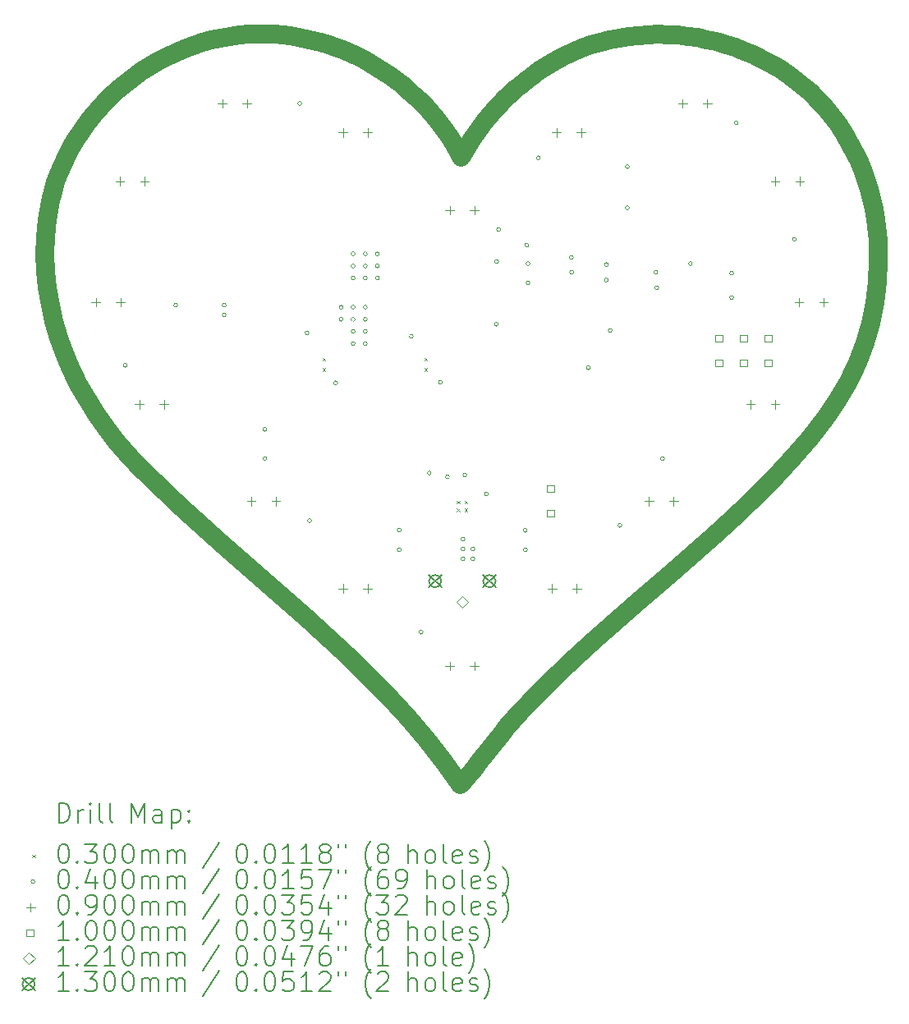
<source format=gbr>
%TF.GenerationSoftware,KiCad,Pcbnew,(7.0.0)*%
%TF.CreationDate,2023-05-16T07:50:38+02:00*%
%TF.ProjectId,MamaGeburtstag2023,4d616d61-4765-4627-9572-747374616732,rev?*%
%TF.SameCoordinates,Original*%
%TF.FileFunction,Drillmap*%
%TF.FilePolarity,Positive*%
%FSLAX45Y45*%
G04 Gerber Fmt 4.5, Leading zero omitted, Abs format (unit mm)*
G04 Created by KiCad (PCBNEW (7.0.0)) date 2023-05-16 07:50:38*
%MOMM*%
%LPD*%
G01*
G04 APERTURE LIST*
%ADD10C,1.984374*%
%ADD11C,0.200000*%
%ADD12C,0.030000*%
%ADD13C,0.040000*%
%ADD14C,0.090000*%
%ADD15C,0.100000*%
%ADD16C,0.121000*%
%ADD17C,0.130000*%
G04 APERTURE END LIST*
D10*
X16535000Y-14372830D02*
X16959380Y-14007783D01*
X18965174Y-10078250D02*
X18933068Y-9976289D01*
X18753140Y-12062116D02*
X18844328Y-11868031D01*
X17864472Y-8738726D02*
X17773281Y-8694872D01*
X11090966Y-9177053D02*
X11024051Y-9249109D01*
X18896313Y-9875872D02*
X18854864Y-9777183D01*
X15317067Y-15524576D02*
X15508220Y-15320731D01*
X11635662Y-8759211D02*
X11550634Y-8808843D01*
X11994799Y-8598326D02*
X11902435Y-8632676D01*
X12838699Y-8483606D02*
X12757276Y-8479803D01*
X13897479Y-8824139D02*
X13828828Y-8783498D01*
X16993568Y-8492331D02*
X16892682Y-8485999D01*
X10739248Y-9648466D02*
X10693201Y-9735367D01*
X15553476Y-8864460D02*
X15492823Y-8908381D01*
X14581891Y-15981376D02*
X14752416Y-16220261D01*
X14016467Y-15315158D02*
X14212888Y-15529788D01*
X14546410Y-9410252D02*
X14496644Y-9347321D01*
X12575501Y-8482279D02*
X12476245Y-8490339D01*
X13615147Y-8675669D02*
X13541560Y-8644586D01*
X12294758Y-13738805D02*
X13175311Y-14508572D01*
X14955864Y-15975538D02*
X15026431Y-15883948D01*
X18125116Y-8894284D02*
X18040579Y-8838462D01*
X14752416Y-16220261D02*
X14785317Y-16184164D01*
X18854864Y-9777183D02*
X18808675Y-9680409D01*
X19015627Y-10286060D02*
X18992679Y-10181569D01*
X13391229Y-8589998D02*
X13314614Y-8566591D01*
X14335373Y-9169428D02*
X14277838Y-9113925D01*
X13079748Y-8512495D02*
X13000000Y-8500000D01*
X15055484Y-9316669D02*
X15007861Y-9374447D01*
X16959380Y-14007783D02*
X17379053Y-13638476D01*
X11097026Y-12542260D02*
X11205080Y-12681872D01*
X19024706Y-11248645D02*
X19052546Y-11034751D01*
X18920229Y-11666769D02*
X18980478Y-11459812D01*
X14886538Y-16063546D02*
X14955864Y-15975538D01*
X14030532Y-8912177D02*
X13964736Y-8867048D01*
X14391061Y-9226861D02*
X14335373Y-9169428D01*
X15104837Y-9260331D02*
X15055484Y-9316669D01*
X15007861Y-9374447D02*
X14962038Y-9433641D01*
X17379053Y-13638476D02*
X17584516Y-13449656D01*
X11319754Y-12815965D02*
X11440619Y-12944163D01*
X13604927Y-14903407D02*
X13813470Y-15106686D01*
X16590024Y-8493036D02*
X16489772Y-8504159D01*
X12280289Y-8520332D02*
X12183862Y-8542042D01*
X10996019Y-12397503D02*
X11097026Y-12542260D01*
X13687598Y-8709215D02*
X13615147Y-8675669D01*
X15155849Y-9205458D02*
X15104837Y-9260331D01*
X14212888Y-15529788D02*
X14401705Y-15751539D01*
X11024051Y-9249109D02*
X10960271Y-9323920D01*
X10467679Y-10749489D02*
X10474680Y-10925064D01*
X13175311Y-14508572D02*
X13604927Y-14903407D01*
X18352876Y-12642642D02*
X18526377Y-12422818D01*
X18040579Y-8838462D02*
X17953635Y-8786599D01*
X11233656Y-9041652D02*
X11160881Y-9107863D01*
X13813470Y-15106686D02*
X14016467Y-15315158D01*
X10522233Y-11271656D02*
X10561929Y-11441924D01*
X14444840Y-9286174D02*
X14391061Y-9226861D01*
X17680253Y-8655067D02*
X17585577Y-8619342D01*
X15508220Y-15320731D02*
X15705498Y-15123010D01*
X10504832Y-10296548D02*
X10489367Y-10395661D01*
X10842666Y-9481357D02*
X10789115Y-9563759D01*
X16001820Y-8626954D02*
X15908222Y-8665159D01*
X15170480Y-15698585D02*
X15243557Y-15609091D01*
X18505024Y-9231739D02*
X18435380Y-9156569D01*
X15026431Y-15883948D02*
X15098037Y-15790917D01*
X14818654Y-16145834D02*
X14886538Y-16063546D01*
X18757701Y-9585734D02*
X18701894Y-9493344D01*
X16489772Y-8504159D02*
X16390153Y-8519721D01*
X12919629Y-8490354D02*
X12838699Y-8483606D01*
X14785317Y-16184164D02*
X14818654Y-16145834D01*
X18362377Y-9085208D02*
X18286205Y-9017687D01*
X17773281Y-8694872D02*
X17680253Y-8655067D01*
X10739559Y-11936113D02*
X10816858Y-12094054D01*
X10816858Y-12094054D02*
X10902487Y-12247976D01*
X18526377Y-12422818D02*
X18647034Y-12247539D01*
X15098037Y-15790917D02*
X15170480Y-15698585D01*
X16690720Y-8486321D02*
X16590024Y-8493036D01*
X14682831Y-9609267D02*
X14639567Y-9541273D01*
X16390153Y-8519721D02*
X16291359Y-8539751D01*
X18992679Y-10181569D02*
X18965174Y-10078250D01*
X18575602Y-9316161D02*
X18505024Y-9231739D01*
X12757276Y-8479803D02*
X12675423Y-8478995D01*
X14277838Y-9113925D02*
X14218523Y-9060400D01*
X18808675Y-9680409D02*
X18757701Y-9585734D01*
X10613118Y-9915299D02*
X10579356Y-10008107D01*
X13541560Y-8644586D02*
X13466899Y-8616013D01*
X15280270Y-15566078D02*
X15317067Y-15524576D01*
X17981481Y-13058551D02*
X18170896Y-12854210D01*
X15208451Y-9152075D02*
X15155849Y-9205458D01*
X10651112Y-9824348D02*
X10613118Y-9915299D01*
X10671020Y-11774527D02*
X10739559Y-11936113D01*
X14798165Y-9684078D02*
X14762404Y-9749978D01*
X19057593Y-10604714D02*
X19034065Y-10391538D01*
X14496644Y-9347321D02*
X14444840Y-9286174D01*
X11550634Y-8808843D02*
X11467783Y-8862016D01*
X14723798Y-9678851D02*
X14682831Y-9609267D01*
X12476245Y-8490339D02*
X12377795Y-8503061D01*
X11860274Y-13348449D02*
X12294758Y-13738805D01*
X18207055Y-8954036D02*
X18125116Y-8894284D01*
X12088653Y-8568077D02*
X11994799Y-8598326D01*
X10472432Y-10572897D02*
X10467679Y-10749489D01*
X13237120Y-8545839D02*
X13158810Y-8527791D01*
X14218523Y-9060400D02*
X14157490Y-9008902D01*
X16193578Y-8564280D02*
X16097002Y-8593338D01*
X14762404Y-9749978D02*
X14723798Y-9678851D01*
X10561929Y-11441924D02*
X10611667Y-11609673D01*
X11205080Y-12681872D02*
X11319754Y-12815965D01*
X18647034Y-12247539D02*
X18753140Y-12062116D01*
X13158810Y-8527791D02*
X13079748Y-8512495D01*
X14918087Y-9494226D02*
X14876077Y-9556177D01*
X17293565Y-8536940D02*
X17194199Y-8517831D01*
X15375084Y-9001116D02*
X15318139Y-9049879D01*
X14876077Y-9556177D02*
X14836080Y-9619469D01*
X10549963Y-10102659D02*
X10525076Y-10198843D01*
X18435380Y-9156569D02*
X18362377Y-9085208D01*
X11811700Y-8671015D02*
X11722730Y-8713231D01*
X13466899Y-8616013D02*
X13391229Y-8589998D01*
X16114258Y-14741834D02*
X16535000Y-14372830D01*
X10693201Y-9735367D02*
X10651112Y-9824348D01*
X14639567Y-9541273D02*
X14594072Y-9474919D01*
X18933068Y-9976289D02*
X18896313Y-9875872D01*
X11902435Y-8632676D02*
X11811700Y-8671015D01*
X11309156Y-8978533D02*
X11233656Y-9041652D01*
X15318139Y-9049879D02*
X15262571Y-9100207D01*
X15726540Y-8755453D02*
X15638836Y-8807603D01*
X14094806Y-8959478D02*
X14030532Y-8912177D01*
X15433335Y-8953942D02*
X15375084Y-9001116D01*
X18980478Y-11459812D02*
X19024706Y-11248645D01*
X18844328Y-11868031D02*
X18920229Y-11666769D01*
X16791669Y-8483985D02*
X16690720Y-8486321D01*
X13758846Y-8745174D02*
X13687598Y-8709215D01*
X12183862Y-8542042D02*
X12088653Y-8568077D01*
X10579356Y-10008107D02*
X10549963Y-10102659D01*
X18641210Y-9403425D02*
X18575602Y-9316161D01*
X17953635Y-8786599D02*
X17864472Y-8738726D01*
X18286205Y-9017687D02*
X18207055Y-8954036D01*
X15262571Y-9100207D02*
X15208451Y-9152075D01*
X10902487Y-12247976D02*
X10996019Y-12397503D01*
X15908222Y-8665159D02*
X15816399Y-8707982D01*
X17094137Y-8502951D02*
X16993568Y-8492331D01*
X10960271Y-9323920D02*
X10899763Y-9401374D01*
X16892682Y-8485999D02*
X16791669Y-8483985D01*
X13828828Y-8783498D02*
X13758846Y-8745174D01*
X10525076Y-10198843D02*
X10504832Y-10296548D01*
X11648078Y-13148529D02*
X11860274Y-13348449D01*
X11722730Y-8713231D02*
X11635662Y-8759211D01*
X11440619Y-12944163D02*
X11648078Y-13148529D01*
X18170896Y-12854210D02*
X18352876Y-12642642D01*
X14962038Y-9433641D02*
X14918087Y-9494226D01*
X10611667Y-11609673D02*
X10671020Y-11774527D01*
X12675425Y-8478995D02*
X12575501Y-8482279D01*
X15705498Y-15123010D02*
X15907859Y-14930387D01*
X15816399Y-8707982D02*
X15726540Y-8755453D01*
X11467783Y-8862016D02*
X11387244Y-8918616D01*
X13314614Y-8566591D02*
X13237120Y-8545839D01*
X10789115Y-9563759D02*
X10739248Y-9648466D01*
X14157490Y-9008902D02*
X14094806Y-8959478D01*
X14401705Y-15751539D02*
X14581891Y-15981376D01*
X17392043Y-8560248D02*
X17293565Y-8536940D01*
X17785673Y-13256690D02*
X17981481Y-13058551D01*
X15492823Y-8908381D02*
X15433335Y-8953942D01*
X11387244Y-8918616D02*
X11309156Y-8978533D01*
X15907859Y-14930387D02*
X16114258Y-14741834D01*
X10489367Y-10395661D02*
X10472432Y-10572897D01*
X15243557Y-15609091D02*
X15280270Y-15566078D01*
X13000000Y-8500000D02*
X12919629Y-8490354D01*
X14594072Y-9474919D02*
X14546410Y-9410252D01*
X19034065Y-10391538D02*
X19015627Y-10286060D01*
X10493008Y-11099244D02*
X10522233Y-11271656D01*
X17584516Y-13449656D02*
X17785673Y-13256690D01*
X19063631Y-10819612D02*
X19057593Y-10604714D01*
X11160881Y-9107863D02*
X11090966Y-9177053D01*
X16097002Y-8593338D02*
X16001820Y-8626954D01*
X12377795Y-8503061D02*
X12280289Y-8520332D01*
X14836080Y-9619469D02*
X14798165Y-9684078D01*
X18701894Y-9493344D02*
X18641210Y-9403425D01*
X19052546Y-11034751D02*
X19063631Y-10819612D01*
X17585577Y-8619342D02*
X17489444Y-8587725D01*
X10474680Y-10925064D02*
X10493008Y-11099244D01*
X13964736Y-8867048D02*
X13897479Y-8824139D01*
X16291359Y-8539751D02*
X16193578Y-8564280D01*
X17489444Y-8587725D02*
X17392043Y-8560248D01*
X17194199Y-8517831D02*
X17094137Y-8502951D01*
X15638836Y-8807603D02*
X15553476Y-8864460D01*
X10899763Y-9401374D02*
X10842666Y-9481357D01*
D11*
D12*
X13335000Y-11820000D02*
X13365000Y-11850000D01*
X13365000Y-11820000D02*
X13335000Y-11850000D01*
X13335000Y-11930000D02*
X13365000Y-11960000D01*
X13365000Y-11930000D02*
X13335000Y-11960000D01*
X14385000Y-11820000D02*
X14415000Y-11850000D01*
X14415000Y-11820000D02*
X14385000Y-11850000D01*
X14385000Y-11930000D02*
X14415000Y-11960000D01*
X14415000Y-11930000D02*
X14385000Y-11960000D01*
X14720000Y-13295000D02*
X14750000Y-13325000D01*
X14750000Y-13295000D02*
X14720000Y-13325000D01*
X14720000Y-13375000D02*
X14750000Y-13405000D01*
X14750000Y-13375000D02*
X14720000Y-13405000D01*
X14800000Y-13295000D02*
X14830000Y-13325000D01*
X14830000Y-13295000D02*
X14800000Y-13325000D01*
X14800000Y-13375000D02*
X14830000Y-13405000D01*
X14830000Y-13375000D02*
X14800000Y-13405000D01*
D13*
X11320000Y-11900000D02*
G75*
G03*
X11320000Y-11900000I-20000J0D01*
G01*
X11840000Y-11280000D02*
G75*
G03*
X11840000Y-11280000I-20000J0D01*
G01*
X12340000Y-11280000D02*
G75*
G03*
X12340000Y-11280000I-20000J0D01*
G01*
X12340000Y-11380000D02*
G75*
G03*
X12340000Y-11380000I-20000J0D01*
G01*
X12760000Y-12560000D02*
G75*
G03*
X12760000Y-12560000I-20000J0D01*
G01*
X12760000Y-12860000D02*
G75*
G03*
X12760000Y-12860000I-20000J0D01*
G01*
X13120000Y-9200000D02*
G75*
G03*
X13120000Y-9200000I-20000J0D01*
G01*
X13195000Y-11565000D02*
G75*
G03*
X13195000Y-11565000I-20000J0D01*
G01*
X13220000Y-13500000D02*
G75*
G03*
X13220000Y-13500000I-20000J0D01*
G01*
X13490000Y-12080000D02*
G75*
G03*
X13490000Y-12080000I-20000J0D01*
G01*
X13545000Y-11300000D02*
G75*
G03*
X13545000Y-11300000I-20000J0D01*
G01*
X13545000Y-11425000D02*
G75*
G03*
X13545000Y-11425000I-20000J0D01*
G01*
X13670000Y-10750000D02*
G75*
G03*
X13670000Y-10750000I-20000J0D01*
G01*
X13670000Y-10875000D02*
G75*
G03*
X13670000Y-10875000I-20000J0D01*
G01*
X13670000Y-11000000D02*
G75*
G03*
X13670000Y-11000000I-20000J0D01*
G01*
X13670000Y-11300000D02*
G75*
G03*
X13670000Y-11300000I-20000J0D01*
G01*
X13670000Y-11425000D02*
G75*
G03*
X13670000Y-11425000I-20000J0D01*
G01*
X13670000Y-11550000D02*
G75*
G03*
X13670000Y-11550000I-20000J0D01*
G01*
X13670000Y-11675000D02*
G75*
G03*
X13670000Y-11675000I-20000J0D01*
G01*
X13795000Y-10750000D02*
G75*
G03*
X13795000Y-10750000I-20000J0D01*
G01*
X13795000Y-10875000D02*
G75*
G03*
X13795000Y-10875000I-20000J0D01*
G01*
X13795000Y-11000000D02*
G75*
G03*
X13795000Y-11000000I-20000J0D01*
G01*
X13795000Y-11300000D02*
G75*
G03*
X13795000Y-11300000I-20000J0D01*
G01*
X13795000Y-11425000D02*
G75*
G03*
X13795000Y-11425000I-20000J0D01*
G01*
X13795000Y-11550000D02*
G75*
G03*
X13795000Y-11550000I-20000J0D01*
G01*
X13795000Y-11675000D02*
G75*
G03*
X13795000Y-11675000I-20000J0D01*
G01*
X13920000Y-10750000D02*
G75*
G03*
X13920000Y-10750000I-20000J0D01*
G01*
X13920000Y-10875000D02*
G75*
G03*
X13920000Y-10875000I-20000J0D01*
G01*
X13920000Y-11000000D02*
G75*
G03*
X13920000Y-11000000I-20000J0D01*
G01*
X14145000Y-13600000D02*
G75*
G03*
X14145000Y-13600000I-20000J0D01*
G01*
X14145000Y-13800000D02*
G75*
G03*
X14145000Y-13800000I-20000J0D01*
G01*
X14270000Y-11600000D02*
G75*
G03*
X14270000Y-11600000I-20000J0D01*
G01*
X14370000Y-14650000D02*
G75*
G03*
X14370000Y-14650000I-20000J0D01*
G01*
X14455000Y-13010000D02*
G75*
G03*
X14455000Y-13010000I-20000J0D01*
G01*
X14570000Y-12075000D02*
G75*
G03*
X14570000Y-12075000I-20000J0D01*
G01*
X14642450Y-13050000D02*
G75*
G03*
X14642450Y-13050000I-20000J0D01*
G01*
X14802800Y-13690600D02*
G75*
G03*
X14802800Y-13690600I-20000J0D01*
G01*
X14802800Y-13792200D02*
G75*
G03*
X14802800Y-13792200I-20000J0D01*
G01*
X14802800Y-13893800D02*
G75*
G03*
X14802800Y-13893800I-20000J0D01*
G01*
X14821250Y-13030200D02*
G75*
G03*
X14821250Y-13030200I-20000J0D01*
G01*
X14904400Y-13792200D02*
G75*
G03*
X14904400Y-13792200I-20000J0D01*
G01*
X14904400Y-13893800D02*
G75*
G03*
X14904400Y-13893800I-20000J0D01*
G01*
X15045000Y-13225000D02*
G75*
G03*
X15045000Y-13225000I-20000J0D01*
G01*
X15145000Y-11475000D02*
G75*
G03*
X15145000Y-11475000I-20000J0D01*
G01*
X15150000Y-10830000D02*
G75*
G03*
X15150000Y-10830000I-20000J0D01*
G01*
X15170000Y-10500000D02*
G75*
G03*
X15170000Y-10500000I-20000J0D01*
G01*
X15445000Y-13600000D02*
G75*
G03*
X15445000Y-13600000I-20000J0D01*
G01*
X15445000Y-13800000D02*
G75*
G03*
X15445000Y-13800000I-20000J0D01*
G01*
X15460000Y-10660000D02*
G75*
G03*
X15460000Y-10660000I-20000J0D01*
G01*
X15472500Y-10850000D02*
G75*
G03*
X15472500Y-10850000I-20000J0D01*
G01*
X15472500Y-11050000D02*
G75*
G03*
X15472500Y-11050000I-20000J0D01*
G01*
X15580000Y-9760000D02*
G75*
G03*
X15580000Y-9760000I-20000J0D01*
G01*
X15920000Y-10787550D02*
G75*
G03*
X15920000Y-10787550I-20000J0D01*
G01*
X15922500Y-10940000D02*
G75*
G03*
X15922500Y-10940000I-20000J0D01*
G01*
X16095000Y-11925000D02*
G75*
G03*
X16095000Y-11925000I-20000J0D01*
G01*
X16280000Y-10860000D02*
G75*
G03*
X16280000Y-10860000I-20000J0D01*
G01*
X16280000Y-11020000D02*
G75*
G03*
X16280000Y-11020000I-20000J0D01*
G01*
X16320000Y-11540000D02*
G75*
G03*
X16320000Y-11540000I-20000J0D01*
G01*
X16420000Y-13550000D02*
G75*
G03*
X16420000Y-13550000I-20000J0D01*
G01*
X16497500Y-9850000D02*
G75*
G03*
X16497500Y-9850000I-20000J0D01*
G01*
X16497500Y-10275000D02*
G75*
G03*
X16497500Y-10275000I-20000J0D01*
G01*
X16790000Y-10940000D02*
G75*
G03*
X16790000Y-10940000I-20000J0D01*
G01*
X16800000Y-11100000D02*
G75*
G03*
X16800000Y-11100000I-20000J0D01*
G01*
X16860000Y-12860000D02*
G75*
G03*
X16860000Y-12860000I-20000J0D01*
G01*
X17147500Y-10850000D02*
G75*
G03*
X17147500Y-10850000I-20000J0D01*
G01*
X17572500Y-10950000D02*
G75*
G03*
X17572500Y-10950000I-20000J0D01*
G01*
X17572500Y-11200000D02*
G75*
G03*
X17572500Y-11200000I-20000J0D01*
G01*
X17620000Y-9400000D02*
G75*
G03*
X17620000Y-9400000I-20000J0D01*
G01*
X18220000Y-10600000D02*
G75*
G03*
X18220000Y-10600000I-20000J0D01*
G01*
D14*
X10996000Y-11205000D02*
X10996000Y-11295000D01*
X10951000Y-11250000D02*
X11041000Y-11250000D01*
X11246000Y-9955000D02*
X11246000Y-10045000D01*
X11201000Y-10000000D02*
X11291000Y-10000000D01*
X11250000Y-11205000D02*
X11250000Y-11295000D01*
X11205000Y-11250000D02*
X11295000Y-11250000D01*
X11446000Y-12255000D02*
X11446000Y-12345000D01*
X11401000Y-12300000D02*
X11491000Y-12300000D01*
X11500000Y-9955000D02*
X11500000Y-10045000D01*
X11455000Y-10000000D02*
X11545000Y-10000000D01*
X11700000Y-12255000D02*
X11700000Y-12345000D01*
X11655000Y-12300000D02*
X11745000Y-12300000D01*
X12300000Y-9155000D02*
X12300000Y-9245000D01*
X12255000Y-9200000D02*
X12345000Y-9200000D01*
X12554000Y-9155000D02*
X12554000Y-9245000D01*
X12509000Y-9200000D02*
X12599000Y-9200000D01*
X12600000Y-13255000D02*
X12600000Y-13345000D01*
X12555000Y-13300000D02*
X12645000Y-13300000D01*
X12854000Y-13255000D02*
X12854000Y-13345000D01*
X12809000Y-13300000D02*
X12899000Y-13300000D01*
X13546000Y-9455000D02*
X13546000Y-9545000D01*
X13501000Y-9500000D02*
X13591000Y-9500000D01*
X13546000Y-14155000D02*
X13546000Y-14245000D01*
X13501000Y-14200000D02*
X13591000Y-14200000D01*
X13800000Y-9455000D02*
X13800000Y-9545000D01*
X13755000Y-9500000D02*
X13845000Y-9500000D01*
X13800000Y-14155000D02*
X13800000Y-14245000D01*
X13755000Y-14200000D02*
X13845000Y-14200000D01*
X14646000Y-10255000D02*
X14646000Y-10345000D01*
X14601000Y-10300000D02*
X14691000Y-10300000D01*
X14646000Y-14955000D02*
X14646000Y-15045000D01*
X14601000Y-15000000D02*
X14691000Y-15000000D01*
X14900000Y-10255000D02*
X14900000Y-10345000D01*
X14855000Y-10300000D02*
X14945000Y-10300000D01*
X14900000Y-14955000D02*
X14900000Y-15045000D01*
X14855000Y-15000000D02*
X14945000Y-15000000D01*
X15700000Y-14155000D02*
X15700000Y-14245000D01*
X15655000Y-14200000D02*
X15745000Y-14200000D01*
X15746000Y-9455000D02*
X15746000Y-9545000D01*
X15701000Y-9500000D02*
X15791000Y-9500000D01*
X15954000Y-14155000D02*
X15954000Y-14245000D01*
X15909000Y-14200000D02*
X15999000Y-14200000D01*
X16000000Y-9455000D02*
X16000000Y-9545000D01*
X15955000Y-9500000D02*
X16045000Y-9500000D01*
X16700000Y-13255000D02*
X16700000Y-13345000D01*
X16655000Y-13300000D02*
X16745000Y-13300000D01*
X16954000Y-13255000D02*
X16954000Y-13345000D01*
X16909000Y-13300000D02*
X16999000Y-13300000D01*
X17046000Y-9155000D02*
X17046000Y-9245000D01*
X17001000Y-9200000D02*
X17091000Y-9200000D01*
X17300000Y-9155000D02*
X17300000Y-9245000D01*
X17255000Y-9200000D02*
X17345000Y-9200000D01*
X17746000Y-12255000D02*
X17746000Y-12345000D01*
X17701000Y-12300000D02*
X17791000Y-12300000D01*
X18000000Y-9955000D02*
X18000000Y-10045000D01*
X17955000Y-10000000D02*
X18045000Y-10000000D01*
X18000000Y-12255000D02*
X18000000Y-12345000D01*
X17955000Y-12300000D02*
X18045000Y-12300000D01*
X18246000Y-11205000D02*
X18246000Y-11295000D01*
X18201000Y-11250000D02*
X18291000Y-11250000D01*
X18254000Y-9955000D02*
X18254000Y-10045000D01*
X18209000Y-10000000D02*
X18299000Y-10000000D01*
X18500000Y-11205000D02*
X18500000Y-11295000D01*
X18455000Y-11250000D02*
X18545000Y-11250000D01*
D15*
X15720356Y-13207856D02*
X15720356Y-13137144D01*
X15649644Y-13137144D01*
X15649644Y-13207856D01*
X15720356Y-13207856D01*
X15720356Y-13461856D02*
X15720356Y-13391144D01*
X15649644Y-13391144D01*
X15649644Y-13461856D01*
X15720356Y-13461856D01*
X17457356Y-11657856D02*
X17457356Y-11587144D01*
X17386644Y-11587144D01*
X17386644Y-11657856D01*
X17457356Y-11657856D01*
X17457356Y-11911856D02*
X17457356Y-11841144D01*
X17386644Y-11841144D01*
X17386644Y-11911856D01*
X17457356Y-11911856D01*
X17711356Y-11657856D02*
X17711356Y-11587144D01*
X17640644Y-11587144D01*
X17640644Y-11657856D01*
X17711356Y-11657856D01*
X17711356Y-11911856D02*
X17711356Y-11841144D01*
X17640644Y-11841144D01*
X17640644Y-11911856D01*
X17711356Y-11911856D01*
X17965356Y-11657856D02*
X17965356Y-11587144D01*
X17894644Y-11587144D01*
X17894644Y-11657856D01*
X17965356Y-11657856D01*
X17965356Y-11911856D02*
X17965356Y-11841144D01*
X17894644Y-11841144D01*
X17894644Y-11911856D01*
X17965356Y-11911856D01*
D16*
X14775000Y-14400400D02*
X14835500Y-14339900D01*
X14775000Y-14279400D01*
X14714500Y-14339900D01*
X14775000Y-14400400D01*
D17*
X14430000Y-14060000D02*
X14560000Y-14190000D01*
X14560000Y-14060000D02*
X14430000Y-14190000D01*
X14560000Y-14125000D02*
G75*
G03*
X14560000Y-14125000I-65000J0D01*
G01*
X14990000Y-14060000D02*
X15120000Y-14190000D01*
X15120000Y-14060000D02*
X14990000Y-14190000D01*
X15120000Y-14125000D02*
G75*
G03*
X15120000Y-14125000I-65000J0D01*
G01*
D11*
X10616080Y-16612956D02*
X10616080Y-16412956D01*
X10616080Y-16412956D02*
X10663699Y-16412956D01*
X10663699Y-16412956D02*
X10692270Y-16422480D01*
X10692270Y-16422480D02*
X10711318Y-16441527D01*
X10711318Y-16441527D02*
X10720841Y-16460575D01*
X10720841Y-16460575D02*
X10730365Y-16498670D01*
X10730365Y-16498670D02*
X10730365Y-16527242D01*
X10730365Y-16527242D02*
X10720841Y-16565337D01*
X10720841Y-16565337D02*
X10711318Y-16584384D01*
X10711318Y-16584384D02*
X10692270Y-16603432D01*
X10692270Y-16603432D02*
X10663699Y-16612956D01*
X10663699Y-16612956D02*
X10616080Y-16612956D01*
X10816080Y-16612956D02*
X10816080Y-16479623D01*
X10816080Y-16517718D02*
X10825603Y-16498670D01*
X10825603Y-16498670D02*
X10835127Y-16489146D01*
X10835127Y-16489146D02*
X10854175Y-16479623D01*
X10854175Y-16479623D02*
X10873222Y-16479623D01*
X10939889Y-16612956D02*
X10939889Y-16479623D01*
X10939889Y-16412956D02*
X10930365Y-16422480D01*
X10930365Y-16422480D02*
X10939889Y-16432004D01*
X10939889Y-16432004D02*
X10949413Y-16422480D01*
X10949413Y-16422480D02*
X10939889Y-16412956D01*
X10939889Y-16412956D02*
X10939889Y-16432004D01*
X11063699Y-16612956D02*
X11044651Y-16603432D01*
X11044651Y-16603432D02*
X11035127Y-16584384D01*
X11035127Y-16584384D02*
X11035127Y-16412956D01*
X11168460Y-16612956D02*
X11149413Y-16603432D01*
X11149413Y-16603432D02*
X11139889Y-16584384D01*
X11139889Y-16584384D02*
X11139889Y-16412956D01*
X11364651Y-16612956D02*
X11364651Y-16412956D01*
X11364651Y-16412956D02*
X11431318Y-16555813D01*
X11431318Y-16555813D02*
X11497984Y-16412956D01*
X11497984Y-16412956D02*
X11497984Y-16612956D01*
X11678937Y-16612956D02*
X11678937Y-16508194D01*
X11678937Y-16508194D02*
X11669413Y-16489146D01*
X11669413Y-16489146D02*
X11650365Y-16479623D01*
X11650365Y-16479623D02*
X11612270Y-16479623D01*
X11612270Y-16479623D02*
X11593222Y-16489146D01*
X11678937Y-16603432D02*
X11659889Y-16612956D01*
X11659889Y-16612956D02*
X11612270Y-16612956D01*
X11612270Y-16612956D02*
X11593222Y-16603432D01*
X11593222Y-16603432D02*
X11583698Y-16584384D01*
X11583698Y-16584384D02*
X11583698Y-16565337D01*
X11583698Y-16565337D02*
X11593222Y-16546289D01*
X11593222Y-16546289D02*
X11612270Y-16536765D01*
X11612270Y-16536765D02*
X11659889Y-16536765D01*
X11659889Y-16536765D02*
X11678937Y-16527242D01*
X11774175Y-16479623D02*
X11774175Y-16679623D01*
X11774175Y-16489146D02*
X11793222Y-16479623D01*
X11793222Y-16479623D02*
X11831318Y-16479623D01*
X11831318Y-16479623D02*
X11850365Y-16489146D01*
X11850365Y-16489146D02*
X11859889Y-16498670D01*
X11859889Y-16498670D02*
X11869413Y-16517718D01*
X11869413Y-16517718D02*
X11869413Y-16574861D01*
X11869413Y-16574861D02*
X11859889Y-16593908D01*
X11859889Y-16593908D02*
X11850365Y-16603432D01*
X11850365Y-16603432D02*
X11831318Y-16612956D01*
X11831318Y-16612956D02*
X11793222Y-16612956D01*
X11793222Y-16612956D02*
X11774175Y-16603432D01*
X11955127Y-16593908D02*
X11964651Y-16603432D01*
X11964651Y-16603432D02*
X11955127Y-16612956D01*
X11955127Y-16612956D02*
X11945603Y-16603432D01*
X11945603Y-16603432D02*
X11955127Y-16593908D01*
X11955127Y-16593908D02*
X11955127Y-16612956D01*
X11955127Y-16489146D02*
X11964651Y-16498670D01*
X11964651Y-16498670D02*
X11955127Y-16508194D01*
X11955127Y-16508194D02*
X11945603Y-16498670D01*
X11945603Y-16498670D02*
X11955127Y-16489146D01*
X11955127Y-16489146D02*
X11955127Y-16508194D01*
D12*
X10338461Y-16944480D02*
X10368461Y-16974480D01*
X10368461Y-16944480D02*
X10338461Y-16974480D01*
D11*
X10654175Y-16832956D02*
X10673222Y-16832956D01*
X10673222Y-16832956D02*
X10692270Y-16842480D01*
X10692270Y-16842480D02*
X10701794Y-16852004D01*
X10701794Y-16852004D02*
X10711318Y-16871051D01*
X10711318Y-16871051D02*
X10720841Y-16909146D01*
X10720841Y-16909146D02*
X10720841Y-16956766D01*
X10720841Y-16956766D02*
X10711318Y-16994861D01*
X10711318Y-16994861D02*
X10701794Y-17013908D01*
X10701794Y-17013908D02*
X10692270Y-17023432D01*
X10692270Y-17023432D02*
X10673222Y-17032956D01*
X10673222Y-17032956D02*
X10654175Y-17032956D01*
X10654175Y-17032956D02*
X10635127Y-17023432D01*
X10635127Y-17023432D02*
X10625603Y-17013908D01*
X10625603Y-17013908D02*
X10616080Y-16994861D01*
X10616080Y-16994861D02*
X10606556Y-16956766D01*
X10606556Y-16956766D02*
X10606556Y-16909146D01*
X10606556Y-16909146D02*
X10616080Y-16871051D01*
X10616080Y-16871051D02*
X10625603Y-16852004D01*
X10625603Y-16852004D02*
X10635127Y-16842480D01*
X10635127Y-16842480D02*
X10654175Y-16832956D01*
X10806556Y-17013908D02*
X10816080Y-17023432D01*
X10816080Y-17023432D02*
X10806556Y-17032956D01*
X10806556Y-17032956D02*
X10797032Y-17023432D01*
X10797032Y-17023432D02*
X10806556Y-17013908D01*
X10806556Y-17013908D02*
X10806556Y-17032956D01*
X10882746Y-16832956D02*
X11006556Y-16832956D01*
X11006556Y-16832956D02*
X10939889Y-16909146D01*
X10939889Y-16909146D02*
X10968461Y-16909146D01*
X10968461Y-16909146D02*
X10987508Y-16918670D01*
X10987508Y-16918670D02*
X10997032Y-16928194D01*
X10997032Y-16928194D02*
X11006556Y-16947242D01*
X11006556Y-16947242D02*
X11006556Y-16994861D01*
X11006556Y-16994861D02*
X10997032Y-17013908D01*
X10997032Y-17013908D02*
X10987508Y-17023432D01*
X10987508Y-17023432D02*
X10968461Y-17032956D01*
X10968461Y-17032956D02*
X10911318Y-17032956D01*
X10911318Y-17032956D02*
X10892270Y-17023432D01*
X10892270Y-17023432D02*
X10882746Y-17013908D01*
X11130365Y-16832956D02*
X11149413Y-16832956D01*
X11149413Y-16832956D02*
X11168461Y-16842480D01*
X11168461Y-16842480D02*
X11177984Y-16852004D01*
X11177984Y-16852004D02*
X11187508Y-16871051D01*
X11187508Y-16871051D02*
X11197032Y-16909146D01*
X11197032Y-16909146D02*
X11197032Y-16956766D01*
X11197032Y-16956766D02*
X11187508Y-16994861D01*
X11187508Y-16994861D02*
X11177984Y-17013908D01*
X11177984Y-17013908D02*
X11168461Y-17023432D01*
X11168461Y-17023432D02*
X11149413Y-17032956D01*
X11149413Y-17032956D02*
X11130365Y-17032956D01*
X11130365Y-17032956D02*
X11111318Y-17023432D01*
X11111318Y-17023432D02*
X11101794Y-17013908D01*
X11101794Y-17013908D02*
X11092270Y-16994861D01*
X11092270Y-16994861D02*
X11082746Y-16956766D01*
X11082746Y-16956766D02*
X11082746Y-16909146D01*
X11082746Y-16909146D02*
X11092270Y-16871051D01*
X11092270Y-16871051D02*
X11101794Y-16852004D01*
X11101794Y-16852004D02*
X11111318Y-16842480D01*
X11111318Y-16842480D02*
X11130365Y-16832956D01*
X11320841Y-16832956D02*
X11339889Y-16832956D01*
X11339889Y-16832956D02*
X11358937Y-16842480D01*
X11358937Y-16842480D02*
X11368460Y-16852004D01*
X11368460Y-16852004D02*
X11377984Y-16871051D01*
X11377984Y-16871051D02*
X11387508Y-16909146D01*
X11387508Y-16909146D02*
X11387508Y-16956766D01*
X11387508Y-16956766D02*
X11377984Y-16994861D01*
X11377984Y-16994861D02*
X11368460Y-17013908D01*
X11368460Y-17013908D02*
X11358937Y-17023432D01*
X11358937Y-17023432D02*
X11339889Y-17032956D01*
X11339889Y-17032956D02*
X11320841Y-17032956D01*
X11320841Y-17032956D02*
X11301794Y-17023432D01*
X11301794Y-17023432D02*
X11292270Y-17013908D01*
X11292270Y-17013908D02*
X11282746Y-16994861D01*
X11282746Y-16994861D02*
X11273222Y-16956766D01*
X11273222Y-16956766D02*
X11273222Y-16909146D01*
X11273222Y-16909146D02*
X11282746Y-16871051D01*
X11282746Y-16871051D02*
X11292270Y-16852004D01*
X11292270Y-16852004D02*
X11301794Y-16842480D01*
X11301794Y-16842480D02*
X11320841Y-16832956D01*
X11473222Y-17032956D02*
X11473222Y-16899623D01*
X11473222Y-16918670D02*
X11482746Y-16909146D01*
X11482746Y-16909146D02*
X11501794Y-16899623D01*
X11501794Y-16899623D02*
X11530365Y-16899623D01*
X11530365Y-16899623D02*
X11549413Y-16909146D01*
X11549413Y-16909146D02*
X11558937Y-16928194D01*
X11558937Y-16928194D02*
X11558937Y-17032956D01*
X11558937Y-16928194D02*
X11568460Y-16909146D01*
X11568460Y-16909146D02*
X11587508Y-16899623D01*
X11587508Y-16899623D02*
X11616079Y-16899623D01*
X11616079Y-16899623D02*
X11635127Y-16909146D01*
X11635127Y-16909146D02*
X11644651Y-16928194D01*
X11644651Y-16928194D02*
X11644651Y-17032956D01*
X11739889Y-17032956D02*
X11739889Y-16899623D01*
X11739889Y-16918670D02*
X11749413Y-16909146D01*
X11749413Y-16909146D02*
X11768460Y-16899623D01*
X11768460Y-16899623D02*
X11797032Y-16899623D01*
X11797032Y-16899623D02*
X11816080Y-16909146D01*
X11816080Y-16909146D02*
X11825603Y-16928194D01*
X11825603Y-16928194D02*
X11825603Y-17032956D01*
X11825603Y-16928194D02*
X11835127Y-16909146D01*
X11835127Y-16909146D02*
X11854175Y-16899623D01*
X11854175Y-16899623D02*
X11882746Y-16899623D01*
X11882746Y-16899623D02*
X11901794Y-16909146D01*
X11901794Y-16909146D02*
X11911318Y-16928194D01*
X11911318Y-16928194D02*
X11911318Y-17032956D01*
X12269413Y-16823432D02*
X12097984Y-17080575D01*
X12494175Y-16832956D02*
X12513222Y-16832956D01*
X12513222Y-16832956D02*
X12532270Y-16842480D01*
X12532270Y-16842480D02*
X12541794Y-16852004D01*
X12541794Y-16852004D02*
X12551318Y-16871051D01*
X12551318Y-16871051D02*
X12560841Y-16909146D01*
X12560841Y-16909146D02*
X12560841Y-16956766D01*
X12560841Y-16956766D02*
X12551318Y-16994861D01*
X12551318Y-16994861D02*
X12541794Y-17013908D01*
X12541794Y-17013908D02*
X12532270Y-17023432D01*
X12532270Y-17023432D02*
X12513222Y-17032956D01*
X12513222Y-17032956D02*
X12494175Y-17032956D01*
X12494175Y-17032956D02*
X12475127Y-17023432D01*
X12475127Y-17023432D02*
X12465603Y-17013908D01*
X12465603Y-17013908D02*
X12456080Y-16994861D01*
X12456080Y-16994861D02*
X12446556Y-16956766D01*
X12446556Y-16956766D02*
X12446556Y-16909146D01*
X12446556Y-16909146D02*
X12456080Y-16871051D01*
X12456080Y-16871051D02*
X12465603Y-16852004D01*
X12465603Y-16852004D02*
X12475127Y-16842480D01*
X12475127Y-16842480D02*
X12494175Y-16832956D01*
X12646556Y-17013908D02*
X12656080Y-17023432D01*
X12656080Y-17023432D02*
X12646556Y-17032956D01*
X12646556Y-17032956D02*
X12637032Y-17023432D01*
X12637032Y-17023432D02*
X12646556Y-17013908D01*
X12646556Y-17013908D02*
X12646556Y-17032956D01*
X12779889Y-16832956D02*
X12798937Y-16832956D01*
X12798937Y-16832956D02*
X12817984Y-16842480D01*
X12817984Y-16842480D02*
X12827508Y-16852004D01*
X12827508Y-16852004D02*
X12837032Y-16871051D01*
X12837032Y-16871051D02*
X12846556Y-16909146D01*
X12846556Y-16909146D02*
X12846556Y-16956766D01*
X12846556Y-16956766D02*
X12837032Y-16994861D01*
X12837032Y-16994861D02*
X12827508Y-17013908D01*
X12827508Y-17013908D02*
X12817984Y-17023432D01*
X12817984Y-17023432D02*
X12798937Y-17032956D01*
X12798937Y-17032956D02*
X12779889Y-17032956D01*
X12779889Y-17032956D02*
X12760841Y-17023432D01*
X12760841Y-17023432D02*
X12751318Y-17013908D01*
X12751318Y-17013908D02*
X12741794Y-16994861D01*
X12741794Y-16994861D02*
X12732270Y-16956766D01*
X12732270Y-16956766D02*
X12732270Y-16909146D01*
X12732270Y-16909146D02*
X12741794Y-16871051D01*
X12741794Y-16871051D02*
X12751318Y-16852004D01*
X12751318Y-16852004D02*
X12760841Y-16842480D01*
X12760841Y-16842480D02*
X12779889Y-16832956D01*
X13037032Y-17032956D02*
X12922746Y-17032956D01*
X12979889Y-17032956D02*
X12979889Y-16832956D01*
X12979889Y-16832956D02*
X12960841Y-16861527D01*
X12960841Y-16861527D02*
X12941794Y-16880575D01*
X12941794Y-16880575D02*
X12922746Y-16890099D01*
X13227508Y-17032956D02*
X13113222Y-17032956D01*
X13170365Y-17032956D02*
X13170365Y-16832956D01*
X13170365Y-16832956D02*
X13151318Y-16861527D01*
X13151318Y-16861527D02*
X13132270Y-16880575D01*
X13132270Y-16880575D02*
X13113222Y-16890099D01*
X13341794Y-16918670D02*
X13322746Y-16909146D01*
X13322746Y-16909146D02*
X13313222Y-16899623D01*
X13313222Y-16899623D02*
X13303699Y-16880575D01*
X13303699Y-16880575D02*
X13303699Y-16871051D01*
X13303699Y-16871051D02*
X13313222Y-16852004D01*
X13313222Y-16852004D02*
X13322746Y-16842480D01*
X13322746Y-16842480D02*
X13341794Y-16832956D01*
X13341794Y-16832956D02*
X13379889Y-16832956D01*
X13379889Y-16832956D02*
X13398937Y-16842480D01*
X13398937Y-16842480D02*
X13408461Y-16852004D01*
X13408461Y-16852004D02*
X13417984Y-16871051D01*
X13417984Y-16871051D02*
X13417984Y-16880575D01*
X13417984Y-16880575D02*
X13408461Y-16899623D01*
X13408461Y-16899623D02*
X13398937Y-16909146D01*
X13398937Y-16909146D02*
X13379889Y-16918670D01*
X13379889Y-16918670D02*
X13341794Y-16918670D01*
X13341794Y-16918670D02*
X13322746Y-16928194D01*
X13322746Y-16928194D02*
X13313222Y-16937718D01*
X13313222Y-16937718D02*
X13303699Y-16956766D01*
X13303699Y-16956766D02*
X13303699Y-16994861D01*
X13303699Y-16994861D02*
X13313222Y-17013908D01*
X13313222Y-17013908D02*
X13322746Y-17023432D01*
X13322746Y-17023432D02*
X13341794Y-17032956D01*
X13341794Y-17032956D02*
X13379889Y-17032956D01*
X13379889Y-17032956D02*
X13398937Y-17023432D01*
X13398937Y-17023432D02*
X13408461Y-17013908D01*
X13408461Y-17013908D02*
X13417984Y-16994861D01*
X13417984Y-16994861D02*
X13417984Y-16956766D01*
X13417984Y-16956766D02*
X13408461Y-16937718D01*
X13408461Y-16937718D02*
X13398937Y-16928194D01*
X13398937Y-16928194D02*
X13379889Y-16918670D01*
X13494175Y-16832956D02*
X13494175Y-16871051D01*
X13570365Y-16832956D02*
X13570365Y-16871051D01*
X13833223Y-17109146D02*
X13823699Y-17099623D01*
X13823699Y-17099623D02*
X13804651Y-17071051D01*
X13804651Y-17071051D02*
X13795127Y-17052004D01*
X13795127Y-17052004D02*
X13785603Y-17023432D01*
X13785603Y-17023432D02*
X13776080Y-16975813D01*
X13776080Y-16975813D02*
X13776080Y-16937718D01*
X13776080Y-16937718D02*
X13785603Y-16890099D01*
X13785603Y-16890099D02*
X13795127Y-16861527D01*
X13795127Y-16861527D02*
X13804651Y-16842480D01*
X13804651Y-16842480D02*
X13823699Y-16813908D01*
X13823699Y-16813908D02*
X13833223Y-16804385D01*
X13937984Y-16918670D02*
X13918937Y-16909146D01*
X13918937Y-16909146D02*
X13909413Y-16899623D01*
X13909413Y-16899623D02*
X13899889Y-16880575D01*
X13899889Y-16880575D02*
X13899889Y-16871051D01*
X13899889Y-16871051D02*
X13909413Y-16852004D01*
X13909413Y-16852004D02*
X13918937Y-16842480D01*
X13918937Y-16842480D02*
X13937984Y-16832956D01*
X13937984Y-16832956D02*
X13976080Y-16832956D01*
X13976080Y-16832956D02*
X13995127Y-16842480D01*
X13995127Y-16842480D02*
X14004651Y-16852004D01*
X14004651Y-16852004D02*
X14014175Y-16871051D01*
X14014175Y-16871051D02*
X14014175Y-16880575D01*
X14014175Y-16880575D02*
X14004651Y-16899623D01*
X14004651Y-16899623D02*
X13995127Y-16909146D01*
X13995127Y-16909146D02*
X13976080Y-16918670D01*
X13976080Y-16918670D02*
X13937984Y-16918670D01*
X13937984Y-16918670D02*
X13918937Y-16928194D01*
X13918937Y-16928194D02*
X13909413Y-16937718D01*
X13909413Y-16937718D02*
X13899889Y-16956766D01*
X13899889Y-16956766D02*
X13899889Y-16994861D01*
X13899889Y-16994861D02*
X13909413Y-17013908D01*
X13909413Y-17013908D02*
X13918937Y-17023432D01*
X13918937Y-17023432D02*
X13937984Y-17032956D01*
X13937984Y-17032956D02*
X13976080Y-17032956D01*
X13976080Y-17032956D02*
X13995127Y-17023432D01*
X13995127Y-17023432D02*
X14004651Y-17013908D01*
X14004651Y-17013908D02*
X14014175Y-16994861D01*
X14014175Y-16994861D02*
X14014175Y-16956766D01*
X14014175Y-16956766D02*
X14004651Y-16937718D01*
X14004651Y-16937718D02*
X13995127Y-16928194D01*
X13995127Y-16928194D02*
X13976080Y-16918670D01*
X14219889Y-17032956D02*
X14219889Y-16832956D01*
X14305603Y-17032956D02*
X14305603Y-16928194D01*
X14305603Y-16928194D02*
X14296080Y-16909146D01*
X14296080Y-16909146D02*
X14277032Y-16899623D01*
X14277032Y-16899623D02*
X14248461Y-16899623D01*
X14248461Y-16899623D02*
X14229413Y-16909146D01*
X14229413Y-16909146D02*
X14219889Y-16918670D01*
X14429413Y-17032956D02*
X14410365Y-17023432D01*
X14410365Y-17023432D02*
X14400842Y-17013908D01*
X14400842Y-17013908D02*
X14391318Y-16994861D01*
X14391318Y-16994861D02*
X14391318Y-16937718D01*
X14391318Y-16937718D02*
X14400842Y-16918670D01*
X14400842Y-16918670D02*
X14410365Y-16909146D01*
X14410365Y-16909146D02*
X14429413Y-16899623D01*
X14429413Y-16899623D02*
X14457984Y-16899623D01*
X14457984Y-16899623D02*
X14477032Y-16909146D01*
X14477032Y-16909146D02*
X14486556Y-16918670D01*
X14486556Y-16918670D02*
X14496080Y-16937718D01*
X14496080Y-16937718D02*
X14496080Y-16994861D01*
X14496080Y-16994861D02*
X14486556Y-17013908D01*
X14486556Y-17013908D02*
X14477032Y-17023432D01*
X14477032Y-17023432D02*
X14457984Y-17032956D01*
X14457984Y-17032956D02*
X14429413Y-17032956D01*
X14610365Y-17032956D02*
X14591318Y-17023432D01*
X14591318Y-17023432D02*
X14581794Y-17004385D01*
X14581794Y-17004385D02*
X14581794Y-16832956D01*
X14762746Y-17023432D02*
X14743699Y-17032956D01*
X14743699Y-17032956D02*
X14705603Y-17032956D01*
X14705603Y-17032956D02*
X14686556Y-17023432D01*
X14686556Y-17023432D02*
X14677032Y-17004385D01*
X14677032Y-17004385D02*
X14677032Y-16928194D01*
X14677032Y-16928194D02*
X14686556Y-16909146D01*
X14686556Y-16909146D02*
X14705603Y-16899623D01*
X14705603Y-16899623D02*
X14743699Y-16899623D01*
X14743699Y-16899623D02*
X14762746Y-16909146D01*
X14762746Y-16909146D02*
X14772270Y-16928194D01*
X14772270Y-16928194D02*
X14772270Y-16947242D01*
X14772270Y-16947242D02*
X14677032Y-16966289D01*
X14848461Y-17023432D02*
X14867508Y-17032956D01*
X14867508Y-17032956D02*
X14905603Y-17032956D01*
X14905603Y-17032956D02*
X14924651Y-17023432D01*
X14924651Y-17023432D02*
X14934175Y-17004385D01*
X14934175Y-17004385D02*
X14934175Y-16994861D01*
X14934175Y-16994861D02*
X14924651Y-16975813D01*
X14924651Y-16975813D02*
X14905603Y-16966289D01*
X14905603Y-16966289D02*
X14877032Y-16966289D01*
X14877032Y-16966289D02*
X14857984Y-16956766D01*
X14857984Y-16956766D02*
X14848461Y-16937718D01*
X14848461Y-16937718D02*
X14848461Y-16928194D01*
X14848461Y-16928194D02*
X14857984Y-16909146D01*
X14857984Y-16909146D02*
X14877032Y-16899623D01*
X14877032Y-16899623D02*
X14905603Y-16899623D01*
X14905603Y-16899623D02*
X14924651Y-16909146D01*
X15000842Y-17109146D02*
X15010365Y-17099623D01*
X15010365Y-17099623D02*
X15029413Y-17071051D01*
X15029413Y-17071051D02*
X15038937Y-17052004D01*
X15038937Y-17052004D02*
X15048461Y-17023432D01*
X15048461Y-17023432D02*
X15057984Y-16975813D01*
X15057984Y-16975813D02*
X15057984Y-16937718D01*
X15057984Y-16937718D02*
X15048461Y-16890099D01*
X15048461Y-16890099D02*
X15038937Y-16861527D01*
X15038937Y-16861527D02*
X15029413Y-16842480D01*
X15029413Y-16842480D02*
X15010365Y-16813908D01*
X15010365Y-16813908D02*
X15000842Y-16804385D01*
D13*
X10368461Y-17223480D02*
G75*
G03*
X10368461Y-17223480I-20000J0D01*
G01*
D11*
X10654175Y-17096956D02*
X10673222Y-17096956D01*
X10673222Y-17096956D02*
X10692270Y-17106480D01*
X10692270Y-17106480D02*
X10701794Y-17116004D01*
X10701794Y-17116004D02*
X10711318Y-17135051D01*
X10711318Y-17135051D02*
X10720841Y-17173146D01*
X10720841Y-17173146D02*
X10720841Y-17220766D01*
X10720841Y-17220766D02*
X10711318Y-17258861D01*
X10711318Y-17258861D02*
X10701794Y-17277908D01*
X10701794Y-17277908D02*
X10692270Y-17287432D01*
X10692270Y-17287432D02*
X10673222Y-17296956D01*
X10673222Y-17296956D02*
X10654175Y-17296956D01*
X10654175Y-17296956D02*
X10635127Y-17287432D01*
X10635127Y-17287432D02*
X10625603Y-17277908D01*
X10625603Y-17277908D02*
X10616080Y-17258861D01*
X10616080Y-17258861D02*
X10606556Y-17220766D01*
X10606556Y-17220766D02*
X10606556Y-17173146D01*
X10606556Y-17173146D02*
X10616080Y-17135051D01*
X10616080Y-17135051D02*
X10625603Y-17116004D01*
X10625603Y-17116004D02*
X10635127Y-17106480D01*
X10635127Y-17106480D02*
X10654175Y-17096956D01*
X10806556Y-17277908D02*
X10816080Y-17287432D01*
X10816080Y-17287432D02*
X10806556Y-17296956D01*
X10806556Y-17296956D02*
X10797032Y-17287432D01*
X10797032Y-17287432D02*
X10806556Y-17277908D01*
X10806556Y-17277908D02*
X10806556Y-17296956D01*
X10987508Y-17163623D02*
X10987508Y-17296956D01*
X10939889Y-17087432D02*
X10892270Y-17230289D01*
X10892270Y-17230289D02*
X11016080Y-17230289D01*
X11130365Y-17096956D02*
X11149413Y-17096956D01*
X11149413Y-17096956D02*
X11168461Y-17106480D01*
X11168461Y-17106480D02*
X11177984Y-17116004D01*
X11177984Y-17116004D02*
X11187508Y-17135051D01*
X11187508Y-17135051D02*
X11197032Y-17173146D01*
X11197032Y-17173146D02*
X11197032Y-17220766D01*
X11197032Y-17220766D02*
X11187508Y-17258861D01*
X11187508Y-17258861D02*
X11177984Y-17277908D01*
X11177984Y-17277908D02*
X11168461Y-17287432D01*
X11168461Y-17287432D02*
X11149413Y-17296956D01*
X11149413Y-17296956D02*
X11130365Y-17296956D01*
X11130365Y-17296956D02*
X11111318Y-17287432D01*
X11111318Y-17287432D02*
X11101794Y-17277908D01*
X11101794Y-17277908D02*
X11092270Y-17258861D01*
X11092270Y-17258861D02*
X11082746Y-17220766D01*
X11082746Y-17220766D02*
X11082746Y-17173146D01*
X11082746Y-17173146D02*
X11092270Y-17135051D01*
X11092270Y-17135051D02*
X11101794Y-17116004D01*
X11101794Y-17116004D02*
X11111318Y-17106480D01*
X11111318Y-17106480D02*
X11130365Y-17096956D01*
X11320841Y-17096956D02*
X11339889Y-17096956D01*
X11339889Y-17096956D02*
X11358937Y-17106480D01*
X11358937Y-17106480D02*
X11368460Y-17116004D01*
X11368460Y-17116004D02*
X11377984Y-17135051D01*
X11377984Y-17135051D02*
X11387508Y-17173146D01*
X11387508Y-17173146D02*
X11387508Y-17220766D01*
X11387508Y-17220766D02*
X11377984Y-17258861D01*
X11377984Y-17258861D02*
X11368460Y-17277908D01*
X11368460Y-17277908D02*
X11358937Y-17287432D01*
X11358937Y-17287432D02*
X11339889Y-17296956D01*
X11339889Y-17296956D02*
X11320841Y-17296956D01*
X11320841Y-17296956D02*
X11301794Y-17287432D01*
X11301794Y-17287432D02*
X11292270Y-17277908D01*
X11292270Y-17277908D02*
X11282746Y-17258861D01*
X11282746Y-17258861D02*
X11273222Y-17220766D01*
X11273222Y-17220766D02*
X11273222Y-17173146D01*
X11273222Y-17173146D02*
X11282746Y-17135051D01*
X11282746Y-17135051D02*
X11292270Y-17116004D01*
X11292270Y-17116004D02*
X11301794Y-17106480D01*
X11301794Y-17106480D02*
X11320841Y-17096956D01*
X11473222Y-17296956D02*
X11473222Y-17163623D01*
X11473222Y-17182670D02*
X11482746Y-17173146D01*
X11482746Y-17173146D02*
X11501794Y-17163623D01*
X11501794Y-17163623D02*
X11530365Y-17163623D01*
X11530365Y-17163623D02*
X11549413Y-17173146D01*
X11549413Y-17173146D02*
X11558937Y-17192194D01*
X11558937Y-17192194D02*
X11558937Y-17296956D01*
X11558937Y-17192194D02*
X11568460Y-17173146D01*
X11568460Y-17173146D02*
X11587508Y-17163623D01*
X11587508Y-17163623D02*
X11616079Y-17163623D01*
X11616079Y-17163623D02*
X11635127Y-17173146D01*
X11635127Y-17173146D02*
X11644651Y-17192194D01*
X11644651Y-17192194D02*
X11644651Y-17296956D01*
X11739889Y-17296956D02*
X11739889Y-17163623D01*
X11739889Y-17182670D02*
X11749413Y-17173146D01*
X11749413Y-17173146D02*
X11768460Y-17163623D01*
X11768460Y-17163623D02*
X11797032Y-17163623D01*
X11797032Y-17163623D02*
X11816080Y-17173146D01*
X11816080Y-17173146D02*
X11825603Y-17192194D01*
X11825603Y-17192194D02*
X11825603Y-17296956D01*
X11825603Y-17192194D02*
X11835127Y-17173146D01*
X11835127Y-17173146D02*
X11854175Y-17163623D01*
X11854175Y-17163623D02*
X11882746Y-17163623D01*
X11882746Y-17163623D02*
X11901794Y-17173146D01*
X11901794Y-17173146D02*
X11911318Y-17192194D01*
X11911318Y-17192194D02*
X11911318Y-17296956D01*
X12269413Y-17087432D02*
X12097984Y-17344575D01*
X12494175Y-17096956D02*
X12513222Y-17096956D01*
X12513222Y-17096956D02*
X12532270Y-17106480D01*
X12532270Y-17106480D02*
X12541794Y-17116004D01*
X12541794Y-17116004D02*
X12551318Y-17135051D01*
X12551318Y-17135051D02*
X12560841Y-17173146D01*
X12560841Y-17173146D02*
X12560841Y-17220766D01*
X12560841Y-17220766D02*
X12551318Y-17258861D01*
X12551318Y-17258861D02*
X12541794Y-17277908D01*
X12541794Y-17277908D02*
X12532270Y-17287432D01*
X12532270Y-17287432D02*
X12513222Y-17296956D01*
X12513222Y-17296956D02*
X12494175Y-17296956D01*
X12494175Y-17296956D02*
X12475127Y-17287432D01*
X12475127Y-17287432D02*
X12465603Y-17277908D01*
X12465603Y-17277908D02*
X12456080Y-17258861D01*
X12456080Y-17258861D02*
X12446556Y-17220766D01*
X12446556Y-17220766D02*
X12446556Y-17173146D01*
X12446556Y-17173146D02*
X12456080Y-17135051D01*
X12456080Y-17135051D02*
X12465603Y-17116004D01*
X12465603Y-17116004D02*
X12475127Y-17106480D01*
X12475127Y-17106480D02*
X12494175Y-17096956D01*
X12646556Y-17277908D02*
X12656080Y-17287432D01*
X12656080Y-17287432D02*
X12646556Y-17296956D01*
X12646556Y-17296956D02*
X12637032Y-17287432D01*
X12637032Y-17287432D02*
X12646556Y-17277908D01*
X12646556Y-17277908D02*
X12646556Y-17296956D01*
X12779889Y-17096956D02*
X12798937Y-17096956D01*
X12798937Y-17096956D02*
X12817984Y-17106480D01*
X12817984Y-17106480D02*
X12827508Y-17116004D01*
X12827508Y-17116004D02*
X12837032Y-17135051D01*
X12837032Y-17135051D02*
X12846556Y-17173146D01*
X12846556Y-17173146D02*
X12846556Y-17220766D01*
X12846556Y-17220766D02*
X12837032Y-17258861D01*
X12837032Y-17258861D02*
X12827508Y-17277908D01*
X12827508Y-17277908D02*
X12817984Y-17287432D01*
X12817984Y-17287432D02*
X12798937Y-17296956D01*
X12798937Y-17296956D02*
X12779889Y-17296956D01*
X12779889Y-17296956D02*
X12760841Y-17287432D01*
X12760841Y-17287432D02*
X12751318Y-17277908D01*
X12751318Y-17277908D02*
X12741794Y-17258861D01*
X12741794Y-17258861D02*
X12732270Y-17220766D01*
X12732270Y-17220766D02*
X12732270Y-17173146D01*
X12732270Y-17173146D02*
X12741794Y-17135051D01*
X12741794Y-17135051D02*
X12751318Y-17116004D01*
X12751318Y-17116004D02*
X12760841Y-17106480D01*
X12760841Y-17106480D02*
X12779889Y-17096956D01*
X13037032Y-17296956D02*
X12922746Y-17296956D01*
X12979889Y-17296956D02*
X12979889Y-17096956D01*
X12979889Y-17096956D02*
X12960841Y-17125527D01*
X12960841Y-17125527D02*
X12941794Y-17144575D01*
X12941794Y-17144575D02*
X12922746Y-17154099D01*
X13217984Y-17096956D02*
X13122746Y-17096956D01*
X13122746Y-17096956D02*
X13113222Y-17192194D01*
X13113222Y-17192194D02*
X13122746Y-17182670D01*
X13122746Y-17182670D02*
X13141794Y-17173146D01*
X13141794Y-17173146D02*
X13189413Y-17173146D01*
X13189413Y-17173146D02*
X13208461Y-17182670D01*
X13208461Y-17182670D02*
X13217984Y-17192194D01*
X13217984Y-17192194D02*
X13227508Y-17211242D01*
X13227508Y-17211242D02*
X13227508Y-17258861D01*
X13227508Y-17258861D02*
X13217984Y-17277908D01*
X13217984Y-17277908D02*
X13208461Y-17287432D01*
X13208461Y-17287432D02*
X13189413Y-17296956D01*
X13189413Y-17296956D02*
X13141794Y-17296956D01*
X13141794Y-17296956D02*
X13122746Y-17287432D01*
X13122746Y-17287432D02*
X13113222Y-17277908D01*
X13294175Y-17096956D02*
X13427508Y-17096956D01*
X13427508Y-17096956D02*
X13341794Y-17296956D01*
X13494175Y-17096956D02*
X13494175Y-17135051D01*
X13570365Y-17096956D02*
X13570365Y-17135051D01*
X13833223Y-17373146D02*
X13823699Y-17363623D01*
X13823699Y-17363623D02*
X13804651Y-17335051D01*
X13804651Y-17335051D02*
X13795127Y-17316004D01*
X13795127Y-17316004D02*
X13785603Y-17287432D01*
X13785603Y-17287432D02*
X13776080Y-17239813D01*
X13776080Y-17239813D02*
X13776080Y-17201718D01*
X13776080Y-17201718D02*
X13785603Y-17154099D01*
X13785603Y-17154099D02*
X13795127Y-17125527D01*
X13795127Y-17125527D02*
X13804651Y-17106480D01*
X13804651Y-17106480D02*
X13823699Y-17077908D01*
X13823699Y-17077908D02*
X13833223Y-17068385D01*
X13995127Y-17096956D02*
X13957032Y-17096956D01*
X13957032Y-17096956D02*
X13937984Y-17106480D01*
X13937984Y-17106480D02*
X13928461Y-17116004D01*
X13928461Y-17116004D02*
X13909413Y-17144575D01*
X13909413Y-17144575D02*
X13899889Y-17182670D01*
X13899889Y-17182670D02*
X13899889Y-17258861D01*
X13899889Y-17258861D02*
X13909413Y-17277908D01*
X13909413Y-17277908D02*
X13918937Y-17287432D01*
X13918937Y-17287432D02*
X13937984Y-17296956D01*
X13937984Y-17296956D02*
X13976080Y-17296956D01*
X13976080Y-17296956D02*
X13995127Y-17287432D01*
X13995127Y-17287432D02*
X14004651Y-17277908D01*
X14004651Y-17277908D02*
X14014175Y-17258861D01*
X14014175Y-17258861D02*
X14014175Y-17211242D01*
X14014175Y-17211242D02*
X14004651Y-17192194D01*
X14004651Y-17192194D02*
X13995127Y-17182670D01*
X13995127Y-17182670D02*
X13976080Y-17173146D01*
X13976080Y-17173146D02*
X13937984Y-17173146D01*
X13937984Y-17173146D02*
X13918937Y-17182670D01*
X13918937Y-17182670D02*
X13909413Y-17192194D01*
X13909413Y-17192194D02*
X13899889Y-17211242D01*
X14109413Y-17296956D02*
X14147508Y-17296956D01*
X14147508Y-17296956D02*
X14166556Y-17287432D01*
X14166556Y-17287432D02*
X14176080Y-17277908D01*
X14176080Y-17277908D02*
X14195127Y-17249337D01*
X14195127Y-17249337D02*
X14204651Y-17211242D01*
X14204651Y-17211242D02*
X14204651Y-17135051D01*
X14204651Y-17135051D02*
X14195127Y-17116004D01*
X14195127Y-17116004D02*
X14185603Y-17106480D01*
X14185603Y-17106480D02*
X14166556Y-17096956D01*
X14166556Y-17096956D02*
X14128461Y-17096956D01*
X14128461Y-17096956D02*
X14109413Y-17106480D01*
X14109413Y-17106480D02*
X14099889Y-17116004D01*
X14099889Y-17116004D02*
X14090365Y-17135051D01*
X14090365Y-17135051D02*
X14090365Y-17182670D01*
X14090365Y-17182670D02*
X14099889Y-17201718D01*
X14099889Y-17201718D02*
X14109413Y-17211242D01*
X14109413Y-17211242D02*
X14128461Y-17220766D01*
X14128461Y-17220766D02*
X14166556Y-17220766D01*
X14166556Y-17220766D02*
X14185603Y-17211242D01*
X14185603Y-17211242D02*
X14195127Y-17201718D01*
X14195127Y-17201718D02*
X14204651Y-17182670D01*
X14410365Y-17296956D02*
X14410365Y-17096956D01*
X14496080Y-17296956D02*
X14496080Y-17192194D01*
X14496080Y-17192194D02*
X14486556Y-17173146D01*
X14486556Y-17173146D02*
X14467508Y-17163623D01*
X14467508Y-17163623D02*
X14438937Y-17163623D01*
X14438937Y-17163623D02*
X14419889Y-17173146D01*
X14419889Y-17173146D02*
X14410365Y-17182670D01*
X14619889Y-17296956D02*
X14600842Y-17287432D01*
X14600842Y-17287432D02*
X14591318Y-17277908D01*
X14591318Y-17277908D02*
X14581794Y-17258861D01*
X14581794Y-17258861D02*
X14581794Y-17201718D01*
X14581794Y-17201718D02*
X14591318Y-17182670D01*
X14591318Y-17182670D02*
X14600842Y-17173146D01*
X14600842Y-17173146D02*
X14619889Y-17163623D01*
X14619889Y-17163623D02*
X14648461Y-17163623D01*
X14648461Y-17163623D02*
X14667508Y-17173146D01*
X14667508Y-17173146D02*
X14677032Y-17182670D01*
X14677032Y-17182670D02*
X14686556Y-17201718D01*
X14686556Y-17201718D02*
X14686556Y-17258861D01*
X14686556Y-17258861D02*
X14677032Y-17277908D01*
X14677032Y-17277908D02*
X14667508Y-17287432D01*
X14667508Y-17287432D02*
X14648461Y-17296956D01*
X14648461Y-17296956D02*
X14619889Y-17296956D01*
X14800842Y-17296956D02*
X14781794Y-17287432D01*
X14781794Y-17287432D02*
X14772270Y-17268385D01*
X14772270Y-17268385D02*
X14772270Y-17096956D01*
X14953223Y-17287432D02*
X14934175Y-17296956D01*
X14934175Y-17296956D02*
X14896080Y-17296956D01*
X14896080Y-17296956D02*
X14877032Y-17287432D01*
X14877032Y-17287432D02*
X14867508Y-17268385D01*
X14867508Y-17268385D02*
X14867508Y-17192194D01*
X14867508Y-17192194D02*
X14877032Y-17173146D01*
X14877032Y-17173146D02*
X14896080Y-17163623D01*
X14896080Y-17163623D02*
X14934175Y-17163623D01*
X14934175Y-17163623D02*
X14953223Y-17173146D01*
X14953223Y-17173146D02*
X14962746Y-17192194D01*
X14962746Y-17192194D02*
X14962746Y-17211242D01*
X14962746Y-17211242D02*
X14867508Y-17230289D01*
X15038937Y-17287432D02*
X15057984Y-17296956D01*
X15057984Y-17296956D02*
X15096080Y-17296956D01*
X15096080Y-17296956D02*
X15115127Y-17287432D01*
X15115127Y-17287432D02*
X15124651Y-17268385D01*
X15124651Y-17268385D02*
X15124651Y-17258861D01*
X15124651Y-17258861D02*
X15115127Y-17239813D01*
X15115127Y-17239813D02*
X15096080Y-17230289D01*
X15096080Y-17230289D02*
X15067508Y-17230289D01*
X15067508Y-17230289D02*
X15048461Y-17220766D01*
X15048461Y-17220766D02*
X15038937Y-17201718D01*
X15038937Y-17201718D02*
X15038937Y-17192194D01*
X15038937Y-17192194D02*
X15048461Y-17173146D01*
X15048461Y-17173146D02*
X15067508Y-17163623D01*
X15067508Y-17163623D02*
X15096080Y-17163623D01*
X15096080Y-17163623D02*
X15115127Y-17173146D01*
X15191318Y-17373146D02*
X15200842Y-17363623D01*
X15200842Y-17363623D02*
X15219889Y-17335051D01*
X15219889Y-17335051D02*
X15229413Y-17316004D01*
X15229413Y-17316004D02*
X15238937Y-17287432D01*
X15238937Y-17287432D02*
X15248461Y-17239813D01*
X15248461Y-17239813D02*
X15248461Y-17201718D01*
X15248461Y-17201718D02*
X15238937Y-17154099D01*
X15238937Y-17154099D02*
X15229413Y-17125527D01*
X15229413Y-17125527D02*
X15219889Y-17106480D01*
X15219889Y-17106480D02*
X15200842Y-17077908D01*
X15200842Y-17077908D02*
X15191318Y-17068385D01*
D14*
X10323461Y-17442480D02*
X10323461Y-17532480D01*
X10278461Y-17487480D02*
X10368461Y-17487480D01*
D11*
X10654175Y-17360956D02*
X10673222Y-17360956D01*
X10673222Y-17360956D02*
X10692270Y-17370480D01*
X10692270Y-17370480D02*
X10701794Y-17380004D01*
X10701794Y-17380004D02*
X10711318Y-17399051D01*
X10711318Y-17399051D02*
X10720841Y-17437146D01*
X10720841Y-17437146D02*
X10720841Y-17484766D01*
X10720841Y-17484766D02*
X10711318Y-17522861D01*
X10711318Y-17522861D02*
X10701794Y-17541908D01*
X10701794Y-17541908D02*
X10692270Y-17551432D01*
X10692270Y-17551432D02*
X10673222Y-17560956D01*
X10673222Y-17560956D02*
X10654175Y-17560956D01*
X10654175Y-17560956D02*
X10635127Y-17551432D01*
X10635127Y-17551432D02*
X10625603Y-17541908D01*
X10625603Y-17541908D02*
X10616080Y-17522861D01*
X10616080Y-17522861D02*
X10606556Y-17484766D01*
X10606556Y-17484766D02*
X10606556Y-17437146D01*
X10606556Y-17437146D02*
X10616080Y-17399051D01*
X10616080Y-17399051D02*
X10625603Y-17380004D01*
X10625603Y-17380004D02*
X10635127Y-17370480D01*
X10635127Y-17370480D02*
X10654175Y-17360956D01*
X10806556Y-17541908D02*
X10816080Y-17551432D01*
X10816080Y-17551432D02*
X10806556Y-17560956D01*
X10806556Y-17560956D02*
X10797032Y-17551432D01*
X10797032Y-17551432D02*
X10806556Y-17541908D01*
X10806556Y-17541908D02*
X10806556Y-17560956D01*
X10911318Y-17560956D02*
X10949413Y-17560956D01*
X10949413Y-17560956D02*
X10968461Y-17551432D01*
X10968461Y-17551432D02*
X10977984Y-17541908D01*
X10977984Y-17541908D02*
X10997032Y-17513337D01*
X10997032Y-17513337D02*
X11006556Y-17475242D01*
X11006556Y-17475242D02*
X11006556Y-17399051D01*
X11006556Y-17399051D02*
X10997032Y-17380004D01*
X10997032Y-17380004D02*
X10987508Y-17370480D01*
X10987508Y-17370480D02*
X10968461Y-17360956D01*
X10968461Y-17360956D02*
X10930365Y-17360956D01*
X10930365Y-17360956D02*
X10911318Y-17370480D01*
X10911318Y-17370480D02*
X10901794Y-17380004D01*
X10901794Y-17380004D02*
X10892270Y-17399051D01*
X10892270Y-17399051D02*
X10892270Y-17446670D01*
X10892270Y-17446670D02*
X10901794Y-17465718D01*
X10901794Y-17465718D02*
X10911318Y-17475242D01*
X10911318Y-17475242D02*
X10930365Y-17484766D01*
X10930365Y-17484766D02*
X10968461Y-17484766D01*
X10968461Y-17484766D02*
X10987508Y-17475242D01*
X10987508Y-17475242D02*
X10997032Y-17465718D01*
X10997032Y-17465718D02*
X11006556Y-17446670D01*
X11130365Y-17360956D02*
X11149413Y-17360956D01*
X11149413Y-17360956D02*
X11168461Y-17370480D01*
X11168461Y-17370480D02*
X11177984Y-17380004D01*
X11177984Y-17380004D02*
X11187508Y-17399051D01*
X11187508Y-17399051D02*
X11197032Y-17437146D01*
X11197032Y-17437146D02*
X11197032Y-17484766D01*
X11197032Y-17484766D02*
X11187508Y-17522861D01*
X11187508Y-17522861D02*
X11177984Y-17541908D01*
X11177984Y-17541908D02*
X11168461Y-17551432D01*
X11168461Y-17551432D02*
X11149413Y-17560956D01*
X11149413Y-17560956D02*
X11130365Y-17560956D01*
X11130365Y-17560956D02*
X11111318Y-17551432D01*
X11111318Y-17551432D02*
X11101794Y-17541908D01*
X11101794Y-17541908D02*
X11092270Y-17522861D01*
X11092270Y-17522861D02*
X11082746Y-17484766D01*
X11082746Y-17484766D02*
X11082746Y-17437146D01*
X11082746Y-17437146D02*
X11092270Y-17399051D01*
X11092270Y-17399051D02*
X11101794Y-17380004D01*
X11101794Y-17380004D02*
X11111318Y-17370480D01*
X11111318Y-17370480D02*
X11130365Y-17360956D01*
X11320841Y-17360956D02*
X11339889Y-17360956D01*
X11339889Y-17360956D02*
X11358937Y-17370480D01*
X11358937Y-17370480D02*
X11368460Y-17380004D01*
X11368460Y-17380004D02*
X11377984Y-17399051D01*
X11377984Y-17399051D02*
X11387508Y-17437146D01*
X11387508Y-17437146D02*
X11387508Y-17484766D01*
X11387508Y-17484766D02*
X11377984Y-17522861D01*
X11377984Y-17522861D02*
X11368460Y-17541908D01*
X11368460Y-17541908D02*
X11358937Y-17551432D01*
X11358937Y-17551432D02*
X11339889Y-17560956D01*
X11339889Y-17560956D02*
X11320841Y-17560956D01*
X11320841Y-17560956D02*
X11301794Y-17551432D01*
X11301794Y-17551432D02*
X11292270Y-17541908D01*
X11292270Y-17541908D02*
X11282746Y-17522861D01*
X11282746Y-17522861D02*
X11273222Y-17484766D01*
X11273222Y-17484766D02*
X11273222Y-17437146D01*
X11273222Y-17437146D02*
X11282746Y-17399051D01*
X11282746Y-17399051D02*
X11292270Y-17380004D01*
X11292270Y-17380004D02*
X11301794Y-17370480D01*
X11301794Y-17370480D02*
X11320841Y-17360956D01*
X11473222Y-17560956D02*
X11473222Y-17427623D01*
X11473222Y-17446670D02*
X11482746Y-17437146D01*
X11482746Y-17437146D02*
X11501794Y-17427623D01*
X11501794Y-17427623D02*
X11530365Y-17427623D01*
X11530365Y-17427623D02*
X11549413Y-17437146D01*
X11549413Y-17437146D02*
X11558937Y-17456194D01*
X11558937Y-17456194D02*
X11558937Y-17560956D01*
X11558937Y-17456194D02*
X11568460Y-17437146D01*
X11568460Y-17437146D02*
X11587508Y-17427623D01*
X11587508Y-17427623D02*
X11616079Y-17427623D01*
X11616079Y-17427623D02*
X11635127Y-17437146D01*
X11635127Y-17437146D02*
X11644651Y-17456194D01*
X11644651Y-17456194D02*
X11644651Y-17560956D01*
X11739889Y-17560956D02*
X11739889Y-17427623D01*
X11739889Y-17446670D02*
X11749413Y-17437146D01*
X11749413Y-17437146D02*
X11768460Y-17427623D01*
X11768460Y-17427623D02*
X11797032Y-17427623D01*
X11797032Y-17427623D02*
X11816080Y-17437146D01*
X11816080Y-17437146D02*
X11825603Y-17456194D01*
X11825603Y-17456194D02*
X11825603Y-17560956D01*
X11825603Y-17456194D02*
X11835127Y-17437146D01*
X11835127Y-17437146D02*
X11854175Y-17427623D01*
X11854175Y-17427623D02*
X11882746Y-17427623D01*
X11882746Y-17427623D02*
X11901794Y-17437146D01*
X11901794Y-17437146D02*
X11911318Y-17456194D01*
X11911318Y-17456194D02*
X11911318Y-17560956D01*
X12269413Y-17351432D02*
X12097984Y-17608575D01*
X12494175Y-17360956D02*
X12513222Y-17360956D01*
X12513222Y-17360956D02*
X12532270Y-17370480D01*
X12532270Y-17370480D02*
X12541794Y-17380004D01*
X12541794Y-17380004D02*
X12551318Y-17399051D01*
X12551318Y-17399051D02*
X12560841Y-17437146D01*
X12560841Y-17437146D02*
X12560841Y-17484766D01*
X12560841Y-17484766D02*
X12551318Y-17522861D01*
X12551318Y-17522861D02*
X12541794Y-17541908D01*
X12541794Y-17541908D02*
X12532270Y-17551432D01*
X12532270Y-17551432D02*
X12513222Y-17560956D01*
X12513222Y-17560956D02*
X12494175Y-17560956D01*
X12494175Y-17560956D02*
X12475127Y-17551432D01*
X12475127Y-17551432D02*
X12465603Y-17541908D01*
X12465603Y-17541908D02*
X12456080Y-17522861D01*
X12456080Y-17522861D02*
X12446556Y-17484766D01*
X12446556Y-17484766D02*
X12446556Y-17437146D01*
X12446556Y-17437146D02*
X12456080Y-17399051D01*
X12456080Y-17399051D02*
X12465603Y-17380004D01*
X12465603Y-17380004D02*
X12475127Y-17370480D01*
X12475127Y-17370480D02*
X12494175Y-17360956D01*
X12646556Y-17541908D02*
X12656080Y-17551432D01*
X12656080Y-17551432D02*
X12646556Y-17560956D01*
X12646556Y-17560956D02*
X12637032Y-17551432D01*
X12637032Y-17551432D02*
X12646556Y-17541908D01*
X12646556Y-17541908D02*
X12646556Y-17560956D01*
X12779889Y-17360956D02*
X12798937Y-17360956D01*
X12798937Y-17360956D02*
X12817984Y-17370480D01*
X12817984Y-17370480D02*
X12827508Y-17380004D01*
X12827508Y-17380004D02*
X12837032Y-17399051D01*
X12837032Y-17399051D02*
X12846556Y-17437146D01*
X12846556Y-17437146D02*
X12846556Y-17484766D01*
X12846556Y-17484766D02*
X12837032Y-17522861D01*
X12837032Y-17522861D02*
X12827508Y-17541908D01*
X12827508Y-17541908D02*
X12817984Y-17551432D01*
X12817984Y-17551432D02*
X12798937Y-17560956D01*
X12798937Y-17560956D02*
X12779889Y-17560956D01*
X12779889Y-17560956D02*
X12760841Y-17551432D01*
X12760841Y-17551432D02*
X12751318Y-17541908D01*
X12751318Y-17541908D02*
X12741794Y-17522861D01*
X12741794Y-17522861D02*
X12732270Y-17484766D01*
X12732270Y-17484766D02*
X12732270Y-17437146D01*
X12732270Y-17437146D02*
X12741794Y-17399051D01*
X12741794Y-17399051D02*
X12751318Y-17380004D01*
X12751318Y-17380004D02*
X12760841Y-17370480D01*
X12760841Y-17370480D02*
X12779889Y-17360956D01*
X12913222Y-17360956D02*
X13037032Y-17360956D01*
X13037032Y-17360956D02*
X12970365Y-17437146D01*
X12970365Y-17437146D02*
X12998937Y-17437146D01*
X12998937Y-17437146D02*
X13017984Y-17446670D01*
X13017984Y-17446670D02*
X13027508Y-17456194D01*
X13027508Y-17456194D02*
X13037032Y-17475242D01*
X13037032Y-17475242D02*
X13037032Y-17522861D01*
X13037032Y-17522861D02*
X13027508Y-17541908D01*
X13027508Y-17541908D02*
X13017984Y-17551432D01*
X13017984Y-17551432D02*
X12998937Y-17560956D01*
X12998937Y-17560956D02*
X12941794Y-17560956D01*
X12941794Y-17560956D02*
X12922746Y-17551432D01*
X12922746Y-17551432D02*
X12913222Y-17541908D01*
X13217984Y-17360956D02*
X13122746Y-17360956D01*
X13122746Y-17360956D02*
X13113222Y-17456194D01*
X13113222Y-17456194D02*
X13122746Y-17446670D01*
X13122746Y-17446670D02*
X13141794Y-17437146D01*
X13141794Y-17437146D02*
X13189413Y-17437146D01*
X13189413Y-17437146D02*
X13208461Y-17446670D01*
X13208461Y-17446670D02*
X13217984Y-17456194D01*
X13217984Y-17456194D02*
X13227508Y-17475242D01*
X13227508Y-17475242D02*
X13227508Y-17522861D01*
X13227508Y-17522861D02*
X13217984Y-17541908D01*
X13217984Y-17541908D02*
X13208461Y-17551432D01*
X13208461Y-17551432D02*
X13189413Y-17560956D01*
X13189413Y-17560956D02*
X13141794Y-17560956D01*
X13141794Y-17560956D02*
X13122746Y-17551432D01*
X13122746Y-17551432D02*
X13113222Y-17541908D01*
X13398937Y-17427623D02*
X13398937Y-17560956D01*
X13351318Y-17351432D02*
X13303699Y-17494289D01*
X13303699Y-17494289D02*
X13427508Y-17494289D01*
X13494175Y-17360956D02*
X13494175Y-17399051D01*
X13570365Y-17360956D02*
X13570365Y-17399051D01*
X13833223Y-17637146D02*
X13823699Y-17627623D01*
X13823699Y-17627623D02*
X13804651Y-17599051D01*
X13804651Y-17599051D02*
X13795127Y-17580004D01*
X13795127Y-17580004D02*
X13785603Y-17551432D01*
X13785603Y-17551432D02*
X13776080Y-17503813D01*
X13776080Y-17503813D02*
X13776080Y-17465718D01*
X13776080Y-17465718D02*
X13785603Y-17418099D01*
X13785603Y-17418099D02*
X13795127Y-17389527D01*
X13795127Y-17389527D02*
X13804651Y-17370480D01*
X13804651Y-17370480D02*
X13823699Y-17341908D01*
X13823699Y-17341908D02*
X13833223Y-17332385D01*
X13890365Y-17360956D02*
X14014175Y-17360956D01*
X14014175Y-17360956D02*
X13947508Y-17437146D01*
X13947508Y-17437146D02*
X13976080Y-17437146D01*
X13976080Y-17437146D02*
X13995127Y-17446670D01*
X13995127Y-17446670D02*
X14004651Y-17456194D01*
X14004651Y-17456194D02*
X14014175Y-17475242D01*
X14014175Y-17475242D02*
X14014175Y-17522861D01*
X14014175Y-17522861D02*
X14004651Y-17541908D01*
X14004651Y-17541908D02*
X13995127Y-17551432D01*
X13995127Y-17551432D02*
X13976080Y-17560956D01*
X13976080Y-17560956D02*
X13918937Y-17560956D01*
X13918937Y-17560956D02*
X13899889Y-17551432D01*
X13899889Y-17551432D02*
X13890365Y-17541908D01*
X14090365Y-17380004D02*
X14099889Y-17370480D01*
X14099889Y-17370480D02*
X14118937Y-17360956D01*
X14118937Y-17360956D02*
X14166556Y-17360956D01*
X14166556Y-17360956D02*
X14185603Y-17370480D01*
X14185603Y-17370480D02*
X14195127Y-17380004D01*
X14195127Y-17380004D02*
X14204651Y-17399051D01*
X14204651Y-17399051D02*
X14204651Y-17418099D01*
X14204651Y-17418099D02*
X14195127Y-17446670D01*
X14195127Y-17446670D02*
X14080842Y-17560956D01*
X14080842Y-17560956D02*
X14204651Y-17560956D01*
X14410365Y-17560956D02*
X14410365Y-17360956D01*
X14496080Y-17560956D02*
X14496080Y-17456194D01*
X14496080Y-17456194D02*
X14486556Y-17437146D01*
X14486556Y-17437146D02*
X14467508Y-17427623D01*
X14467508Y-17427623D02*
X14438937Y-17427623D01*
X14438937Y-17427623D02*
X14419889Y-17437146D01*
X14419889Y-17437146D02*
X14410365Y-17446670D01*
X14619889Y-17560956D02*
X14600842Y-17551432D01*
X14600842Y-17551432D02*
X14591318Y-17541908D01*
X14591318Y-17541908D02*
X14581794Y-17522861D01*
X14581794Y-17522861D02*
X14581794Y-17465718D01*
X14581794Y-17465718D02*
X14591318Y-17446670D01*
X14591318Y-17446670D02*
X14600842Y-17437146D01*
X14600842Y-17437146D02*
X14619889Y-17427623D01*
X14619889Y-17427623D02*
X14648461Y-17427623D01*
X14648461Y-17427623D02*
X14667508Y-17437146D01*
X14667508Y-17437146D02*
X14677032Y-17446670D01*
X14677032Y-17446670D02*
X14686556Y-17465718D01*
X14686556Y-17465718D02*
X14686556Y-17522861D01*
X14686556Y-17522861D02*
X14677032Y-17541908D01*
X14677032Y-17541908D02*
X14667508Y-17551432D01*
X14667508Y-17551432D02*
X14648461Y-17560956D01*
X14648461Y-17560956D02*
X14619889Y-17560956D01*
X14800842Y-17560956D02*
X14781794Y-17551432D01*
X14781794Y-17551432D02*
X14772270Y-17532385D01*
X14772270Y-17532385D02*
X14772270Y-17360956D01*
X14953223Y-17551432D02*
X14934175Y-17560956D01*
X14934175Y-17560956D02*
X14896080Y-17560956D01*
X14896080Y-17560956D02*
X14877032Y-17551432D01*
X14877032Y-17551432D02*
X14867508Y-17532385D01*
X14867508Y-17532385D02*
X14867508Y-17456194D01*
X14867508Y-17456194D02*
X14877032Y-17437146D01*
X14877032Y-17437146D02*
X14896080Y-17427623D01*
X14896080Y-17427623D02*
X14934175Y-17427623D01*
X14934175Y-17427623D02*
X14953223Y-17437146D01*
X14953223Y-17437146D02*
X14962746Y-17456194D01*
X14962746Y-17456194D02*
X14962746Y-17475242D01*
X14962746Y-17475242D02*
X14867508Y-17494289D01*
X15038937Y-17551432D02*
X15057984Y-17560956D01*
X15057984Y-17560956D02*
X15096080Y-17560956D01*
X15096080Y-17560956D02*
X15115127Y-17551432D01*
X15115127Y-17551432D02*
X15124651Y-17532385D01*
X15124651Y-17532385D02*
X15124651Y-17522861D01*
X15124651Y-17522861D02*
X15115127Y-17503813D01*
X15115127Y-17503813D02*
X15096080Y-17494289D01*
X15096080Y-17494289D02*
X15067508Y-17494289D01*
X15067508Y-17494289D02*
X15048461Y-17484766D01*
X15048461Y-17484766D02*
X15038937Y-17465718D01*
X15038937Y-17465718D02*
X15038937Y-17456194D01*
X15038937Y-17456194D02*
X15048461Y-17437146D01*
X15048461Y-17437146D02*
X15067508Y-17427623D01*
X15067508Y-17427623D02*
X15096080Y-17427623D01*
X15096080Y-17427623D02*
X15115127Y-17437146D01*
X15191318Y-17637146D02*
X15200842Y-17627623D01*
X15200842Y-17627623D02*
X15219889Y-17599051D01*
X15219889Y-17599051D02*
X15229413Y-17580004D01*
X15229413Y-17580004D02*
X15238937Y-17551432D01*
X15238937Y-17551432D02*
X15248461Y-17503813D01*
X15248461Y-17503813D02*
X15248461Y-17465718D01*
X15248461Y-17465718D02*
X15238937Y-17418099D01*
X15238937Y-17418099D02*
X15229413Y-17389527D01*
X15229413Y-17389527D02*
X15219889Y-17370480D01*
X15219889Y-17370480D02*
X15200842Y-17341908D01*
X15200842Y-17341908D02*
X15191318Y-17332385D01*
D15*
X10353816Y-17786836D02*
X10353816Y-17716124D01*
X10283105Y-17716124D01*
X10283105Y-17786836D01*
X10353816Y-17786836D01*
D11*
X10720841Y-17824956D02*
X10606556Y-17824956D01*
X10663699Y-17824956D02*
X10663699Y-17624956D01*
X10663699Y-17624956D02*
X10644651Y-17653527D01*
X10644651Y-17653527D02*
X10625603Y-17672575D01*
X10625603Y-17672575D02*
X10606556Y-17682099D01*
X10806556Y-17805908D02*
X10816080Y-17815432D01*
X10816080Y-17815432D02*
X10806556Y-17824956D01*
X10806556Y-17824956D02*
X10797032Y-17815432D01*
X10797032Y-17815432D02*
X10806556Y-17805908D01*
X10806556Y-17805908D02*
X10806556Y-17824956D01*
X10939889Y-17624956D02*
X10958937Y-17624956D01*
X10958937Y-17624956D02*
X10977984Y-17634480D01*
X10977984Y-17634480D02*
X10987508Y-17644004D01*
X10987508Y-17644004D02*
X10997032Y-17663051D01*
X10997032Y-17663051D02*
X11006556Y-17701146D01*
X11006556Y-17701146D02*
X11006556Y-17748766D01*
X11006556Y-17748766D02*
X10997032Y-17786861D01*
X10997032Y-17786861D02*
X10987508Y-17805908D01*
X10987508Y-17805908D02*
X10977984Y-17815432D01*
X10977984Y-17815432D02*
X10958937Y-17824956D01*
X10958937Y-17824956D02*
X10939889Y-17824956D01*
X10939889Y-17824956D02*
X10920841Y-17815432D01*
X10920841Y-17815432D02*
X10911318Y-17805908D01*
X10911318Y-17805908D02*
X10901794Y-17786861D01*
X10901794Y-17786861D02*
X10892270Y-17748766D01*
X10892270Y-17748766D02*
X10892270Y-17701146D01*
X10892270Y-17701146D02*
X10901794Y-17663051D01*
X10901794Y-17663051D02*
X10911318Y-17644004D01*
X10911318Y-17644004D02*
X10920841Y-17634480D01*
X10920841Y-17634480D02*
X10939889Y-17624956D01*
X11130365Y-17624956D02*
X11149413Y-17624956D01*
X11149413Y-17624956D02*
X11168461Y-17634480D01*
X11168461Y-17634480D02*
X11177984Y-17644004D01*
X11177984Y-17644004D02*
X11187508Y-17663051D01*
X11187508Y-17663051D02*
X11197032Y-17701146D01*
X11197032Y-17701146D02*
X11197032Y-17748766D01*
X11197032Y-17748766D02*
X11187508Y-17786861D01*
X11187508Y-17786861D02*
X11177984Y-17805908D01*
X11177984Y-17805908D02*
X11168461Y-17815432D01*
X11168461Y-17815432D02*
X11149413Y-17824956D01*
X11149413Y-17824956D02*
X11130365Y-17824956D01*
X11130365Y-17824956D02*
X11111318Y-17815432D01*
X11111318Y-17815432D02*
X11101794Y-17805908D01*
X11101794Y-17805908D02*
X11092270Y-17786861D01*
X11092270Y-17786861D02*
X11082746Y-17748766D01*
X11082746Y-17748766D02*
X11082746Y-17701146D01*
X11082746Y-17701146D02*
X11092270Y-17663051D01*
X11092270Y-17663051D02*
X11101794Y-17644004D01*
X11101794Y-17644004D02*
X11111318Y-17634480D01*
X11111318Y-17634480D02*
X11130365Y-17624956D01*
X11320841Y-17624956D02*
X11339889Y-17624956D01*
X11339889Y-17624956D02*
X11358937Y-17634480D01*
X11358937Y-17634480D02*
X11368460Y-17644004D01*
X11368460Y-17644004D02*
X11377984Y-17663051D01*
X11377984Y-17663051D02*
X11387508Y-17701146D01*
X11387508Y-17701146D02*
X11387508Y-17748766D01*
X11387508Y-17748766D02*
X11377984Y-17786861D01*
X11377984Y-17786861D02*
X11368460Y-17805908D01*
X11368460Y-17805908D02*
X11358937Y-17815432D01*
X11358937Y-17815432D02*
X11339889Y-17824956D01*
X11339889Y-17824956D02*
X11320841Y-17824956D01*
X11320841Y-17824956D02*
X11301794Y-17815432D01*
X11301794Y-17815432D02*
X11292270Y-17805908D01*
X11292270Y-17805908D02*
X11282746Y-17786861D01*
X11282746Y-17786861D02*
X11273222Y-17748766D01*
X11273222Y-17748766D02*
X11273222Y-17701146D01*
X11273222Y-17701146D02*
X11282746Y-17663051D01*
X11282746Y-17663051D02*
X11292270Y-17644004D01*
X11292270Y-17644004D02*
X11301794Y-17634480D01*
X11301794Y-17634480D02*
X11320841Y-17624956D01*
X11473222Y-17824956D02*
X11473222Y-17691623D01*
X11473222Y-17710670D02*
X11482746Y-17701146D01*
X11482746Y-17701146D02*
X11501794Y-17691623D01*
X11501794Y-17691623D02*
X11530365Y-17691623D01*
X11530365Y-17691623D02*
X11549413Y-17701146D01*
X11549413Y-17701146D02*
X11558937Y-17720194D01*
X11558937Y-17720194D02*
X11558937Y-17824956D01*
X11558937Y-17720194D02*
X11568460Y-17701146D01*
X11568460Y-17701146D02*
X11587508Y-17691623D01*
X11587508Y-17691623D02*
X11616079Y-17691623D01*
X11616079Y-17691623D02*
X11635127Y-17701146D01*
X11635127Y-17701146D02*
X11644651Y-17720194D01*
X11644651Y-17720194D02*
X11644651Y-17824956D01*
X11739889Y-17824956D02*
X11739889Y-17691623D01*
X11739889Y-17710670D02*
X11749413Y-17701146D01*
X11749413Y-17701146D02*
X11768460Y-17691623D01*
X11768460Y-17691623D02*
X11797032Y-17691623D01*
X11797032Y-17691623D02*
X11816080Y-17701146D01*
X11816080Y-17701146D02*
X11825603Y-17720194D01*
X11825603Y-17720194D02*
X11825603Y-17824956D01*
X11825603Y-17720194D02*
X11835127Y-17701146D01*
X11835127Y-17701146D02*
X11854175Y-17691623D01*
X11854175Y-17691623D02*
X11882746Y-17691623D01*
X11882746Y-17691623D02*
X11901794Y-17701146D01*
X11901794Y-17701146D02*
X11911318Y-17720194D01*
X11911318Y-17720194D02*
X11911318Y-17824956D01*
X12269413Y-17615432D02*
X12097984Y-17872575D01*
X12494175Y-17624956D02*
X12513222Y-17624956D01*
X12513222Y-17624956D02*
X12532270Y-17634480D01*
X12532270Y-17634480D02*
X12541794Y-17644004D01*
X12541794Y-17644004D02*
X12551318Y-17663051D01*
X12551318Y-17663051D02*
X12560841Y-17701146D01*
X12560841Y-17701146D02*
X12560841Y-17748766D01*
X12560841Y-17748766D02*
X12551318Y-17786861D01*
X12551318Y-17786861D02*
X12541794Y-17805908D01*
X12541794Y-17805908D02*
X12532270Y-17815432D01*
X12532270Y-17815432D02*
X12513222Y-17824956D01*
X12513222Y-17824956D02*
X12494175Y-17824956D01*
X12494175Y-17824956D02*
X12475127Y-17815432D01*
X12475127Y-17815432D02*
X12465603Y-17805908D01*
X12465603Y-17805908D02*
X12456080Y-17786861D01*
X12456080Y-17786861D02*
X12446556Y-17748766D01*
X12446556Y-17748766D02*
X12446556Y-17701146D01*
X12446556Y-17701146D02*
X12456080Y-17663051D01*
X12456080Y-17663051D02*
X12465603Y-17644004D01*
X12465603Y-17644004D02*
X12475127Y-17634480D01*
X12475127Y-17634480D02*
X12494175Y-17624956D01*
X12646556Y-17805908D02*
X12656080Y-17815432D01*
X12656080Y-17815432D02*
X12646556Y-17824956D01*
X12646556Y-17824956D02*
X12637032Y-17815432D01*
X12637032Y-17815432D02*
X12646556Y-17805908D01*
X12646556Y-17805908D02*
X12646556Y-17824956D01*
X12779889Y-17624956D02*
X12798937Y-17624956D01*
X12798937Y-17624956D02*
X12817984Y-17634480D01*
X12817984Y-17634480D02*
X12827508Y-17644004D01*
X12827508Y-17644004D02*
X12837032Y-17663051D01*
X12837032Y-17663051D02*
X12846556Y-17701146D01*
X12846556Y-17701146D02*
X12846556Y-17748766D01*
X12846556Y-17748766D02*
X12837032Y-17786861D01*
X12837032Y-17786861D02*
X12827508Y-17805908D01*
X12827508Y-17805908D02*
X12817984Y-17815432D01*
X12817984Y-17815432D02*
X12798937Y-17824956D01*
X12798937Y-17824956D02*
X12779889Y-17824956D01*
X12779889Y-17824956D02*
X12760841Y-17815432D01*
X12760841Y-17815432D02*
X12751318Y-17805908D01*
X12751318Y-17805908D02*
X12741794Y-17786861D01*
X12741794Y-17786861D02*
X12732270Y-17748766D01*
X12732270Y-17748766D02*
X12732270Y-17701146D01*
X12732270Y-17701146D02*
X12741794Y-17663051D01*
X12741794Y-17663051D02*
X12751318Y-17644004D01*
X12751318Y-17644004D02*
X12760841Y-17634480D01*
X12760841Y-17634480D02*
X12779889Y-17624956D01*
X12913222Y-17624956D02*
X13037032Y-17624956D01*
X13037032Y-17624956D02*
X12970365Y-17701146D01*
X12970365Y-17701146D02*
X12998937Y-17701146D01*
X12998937Y-17701146D02*
X13017984Y-17710670D01*
X13017984Y-17710670D02*
X13027508Y-17720194D01*
X13027508Y-17720194D02*
X13037032Y-17739242D01*
X13037032Y-17739242D02*
X13037032Y-17786861D01*
X13037032Y-17786861D02*
X13027508Y-17805908D01*
X13027508Y-17805908D02*
X13017984Y-17815432D01*
X13017984Y-17815432D02*
X12998937Y-17824956D01*
X12998937Y-17824956D02*
X12941794Y-17824956D01*
X12941794Y-17824956D02*
X12922746Y-17815432D01*
X12922746Y-17815432D02*
X12913222Y-17805908D01*
X13132270Y-17824956D02*
X13170365Y-17824956D01*
X13170365Y-17824956D02*
X13189413Y-17815432D01*
X13189413Y-17815432D02*
X13198937Y-17805908D01*
X13198937Y-17805908D02*
X13217984Y-17777337D01*
X13217984Y-17777337D02*
X13227508Y-17739242D01*
X13227508Y-17739242D02*
X13227508Y-17663051D01*
X13227508Y-17663051D02*
X13217984Y-17644004D01*
X13217984Y-17644004D02*
X13208461Y-17634480D01*
X13208461Y-17634480D02*
X13189413Y-17624956D01*
X13189413Y-17624956D02*
X13151318Y-17624956D01*
X13151318Y-17624956D02*
X13132270Y-17634480D01*
X13132270Y-17634480D02*
X13122746Y-17644004D01*
X13122746Y-17644004D02*
X13113222Y-17663051D01*
X13113222Y-17663051D02*
X13113222Y-17710670D01*
X13113222Y-17710670D02*
X13122746Y-17729718D01*
X13122746Y-17729718D02*
X13132270Y-17739242D01*
X13132270Y-17739242D02*
X13151318Y-17748766D01*
X13151318Y-17748766D02*
X13189413Y-17748766D01*
X13189413Y-17748766D02*
X13208461Y-17739242D01*
X13208461Y-17739242D02*
X13217984Y-17729718D01*
X13217984Y-17729718D02*
X13227508Y-17710670D01*
X13398937Y-17691623D02*
X13398937Y-17824956D01*
X13351318Y-17615432D02*
X13303699Y-17758289D01*
X13303699Y-17758289D02*
X13427508Y-17758289D01*
X13494175Y-17624956D02*
X13494175Y-17663051D01*
X13570365Y-17624956D02*
X13570365Y-17663051D01*
X13833223Y-17901146D02*
X13823699Y-17891623D01*
X13823699Y-17891623D02*
X13804651Y-17863051D01*
X13804651Y-17863051D02*
X13795127Y-17844004D01*
X13795127Y-17844004D02*
X13785603Y-17815432D01*
X13785603Y-17815432D02*
X13776080Y-17767813D01*
X13776080Y-17767813D02*
X13776080Y-17729718D01*
X13776080Y-17729718D02*
X13785603Y-17682099D01*
X13785603Y-17682099D02*
X13795127Y-17653527D01*
X13795127Y-17653527D02*
X13804651Y-17634480D01*
X13804651Y-17634480D02*
X13823699Y-17605908D01*
X13823699Y-17605908D02*
X13833223Y-17596385D01*
X13937984Y-17710670D02*
X13918937Y-17701146D01*
X13918937Y-17701146D02*
X13909413Y-17691623D01*
X13909413Y-17691623D02*
X13899889Y-17672575D01*
X13899889Y-17672575D02*
X13899889Y-17663051D01*
X13899889Y-17663051D02*
X13909413Y-17644004D01*
X13909413Y-17644004D02*
X13918937Y-17634480D01*
X13918937Y-17634480D02*
X13937984Y-17624956D01*
X13937984Y-17624956D02*
X13976080Y-17624956D01*
X13976080Y-17624956D02*
X13995127Y-17634480D01*
X13995127Y-17634480D02*
X14004651Y-17644004D01*
X14004651Y-17644004D02*
X14014175Y-17663051D01*
X14014175Y-17663051D02*
X14014175Y-17672575D01*
X14014175Y-17672575D02*
X14004651Y-17691623D01*
X14004651Y-17691623D02*
X13995127Y-17701146D01*
X13995127Y-17701146D02*
X13976080Y-17710670D01*
X13976080Y-17710670D02*
X13937984Y-17710670D01*
X13937984Y-17710670D02*
X13918937Y-17720194D01*
X13918937Y-17720194D02*
X13909413Y-17729718D01*
X13909413Y-17729718D02*
X13899889Y-17748766D01*
X13899889Y-17748766D02*
X13899889Y-17786861D01*
X13899889Y-17786861D02*
X13909413Y-17805908D01*
X13909413Y-17805908D02*
X13918937Y-17815432D01*
X13918937Y-17815432D02*
X13937984Y-17824956D01*
X13937984Y-17824956D02*
X13976080Y-17824956D01*
X13976080Y-17824956D02*
X13995127Y-17815432D01*
X13995127Y-17815432D02*
X14004651Y-17805908D01*
X14004651Y-17805908D02*
X14014175Y-17786861D01*
X14014175Y-17786861D02*
X14014175Y-17748766D01*
X14014175Y-17748766D02*
X14004651Y-17729718D01*
X14004651Y-17729718D02*
X13995127Y-17720194D01*
X13995127Y-17720194D02*
X13976080Y-17710670D01*
X14219889Y-17824956D02*
X14219889Y-17624956D01*
X14305603Y-17824956D02*
X14305603Y-17720194D01*
X14305603Y-17720194D02*
X14296080Y-17701146D01*
X14296080Y-17701146D02*
X14277032Y-17691623D01*
X14277032Y-17691623D02*
X14248461Y-17691623D01*
X14248461Y-17691623D02*
X14229413Y-17701146D01*
X14229413Y-17701146D02*
X14219889Y-17710670D01*
X14429413Y-17824956D02*
X14410365Y-17815432D01*
X14410365Y-17815432D02*
X14400842Y-17805908D01*
X14400842Y-17805908D02*
X14391318Y-17786861D01*
X14391318Y-17786861D02*
X14391318Y-17729718D01*
X14391318Y-17729718D02*
X14400842Y-17710670D01*
X14400842Y-17710670D02*
X14410365Y-17701146D01*
X14410365Y-17701146D02*
X14429413Y-17691623D01*
X14429413Y-17691623D02*
X14457984Y-17691623D01*
X14457984Y-17691623D02*
X14477032Y-17701146D01*
X14477032Y-17701146D02*
X14486556Y-17710670D01*
X14486556Y-17710670D02*
X14496080Y-17729718D01*
X14496080Y-17729718D02*
X14496080Y-17786861D01*
X14496080Y-17786861D02*
X14486556Y-17805908D01*
X14486556Y-17805908D02*
X14477032Y-17815432D01*
X14477032Y-17815432D02*
X14457984Y-17824956D01*
X14457984Y-17824956D02*
X14429413Y-17824956D01*
X14610365Y-17824956D02*
X14591318Y-17815432D01*
X14591318Y-17815432D02*
X14581794Y-17796385D01*
X14581794Y-17796385D02*
X14581794Y-17624956D01*
X14762746Y-17815432D02*
X14743699Y-17824956D01*
X14743699Y-17824956D02*
X14705603Y-17824956D01*
X14705603Y-17824956D02*
X14686556Y-17815432D01*
X14686556Y-17815432D02*
X14677032Y-17796385D01*
X14677032Y-17796385D02*
X14677032Y-17720194D01*
X14677032Y-17720194D02*
X14686556Y-17701146D01*
X14686556Y-17701146D02*
X14705603Y-17691623D01*
X14705603Y-17691623D02*
X14743699Y-17691623D01*
X14743699Y-17691623D02*
X14762746Y-17701146D01*
X14762746Y-17701146D02*
X14772270Y-17720194D01*
X14772270Y-17720194D02*
X14772270Y-17739242D01*
X14772270Y-17739242D02*
X14677032Y-17758289D01*
X14848461Y-17815432D02*
X14867508Y-17824956D01*
X14867508Y-17824956D02*
X14905603Y-17824956D01*
X14905603Y-17824956D02*
X14924651Y-17815432D01*
X14924651Y-17815432D02*
X14934175Y-17796385D01*
X14934175Y-17796385D02*
X14934175Y-17786861D01*
X14934175Y-17786861D02*
X14924651Y-17767813D01*
X14924651Y-17767813D02*
X14905603Y-17758289D01*
X14905603Y-17758289D02*
X14877032Y-17758289D01*
X14877032Y-17758289D02*
X14857984Y-17748766D01*
X14857984Y-17748766D02*
X14848461Y-17729718D01*
X14848461Y-17729718D02*
X14848461Y-17720194D01*
X14848461Y-17720194D02*
X14857984Y-17701146D01*
X14857984Y-17701146D02*
X14877032Y-17691623D01*
X14877032Y-17691623D02*
X14905603Y-17691623D01*
X14905603Y-17691623D02*
X14924651Y-17701146D01*
X15000842Y-17901146D02*
X15010365Y-17891623D01*
X15010365Y-17891623D02*
X15029413Y-17863051D01*
X15029413Y-17863051D02*
X15038937Y-17844004D01*
X15038937Y-17844004D02*
X15048461Y-17815432D01*
X15048461Y-17815432D02*
X15057984Y-17767813D01*
X15057984Y-17767813D02*
X15057984Y-17729718D01*
X15057984Y-17729718D02*
X15048461Y-17682099D01*
X15048461Y-17682099D02*
X15038937Y-17653527D01*
X15038937Y-17653527D02*
X15029413Y-17634480D01*
X15029413Y-17634480D02*
X15010365Y-17605908D01*
X15010365Y-17605908D02*
X15000842Y-17596385D01*
D16*
X10307961Y-18075980D02*
X10368461Y-18015480D01*
X10307961Y-17954980D01*
X10247461Y-18015480D01*
X10307961Y-18075980D01*
D11*
X10720841Y-18088956D02*
X10606556Y-18088956D01*
X10663699Y-18088956D02*
X10663699Y-17888956D01*
X10663699Y-17888956D02*
X10644651Y-17917527D01*
X10644651Y-17917527D02*
X10625603Y-17936575D01*
X10625603Y-17936575D02*
X10606556Y-17946099D01*
X10806556Y-18069908D02*
X10816080Y-18079432D01*
X10816080Y-18079432D02*
X10806556Y-18088956D01*
X10806556Y-18088956D02*
X10797032Y-18079432D01*
X10797032Y-18079432D02*
X10806556Y-18069908D01*
X10806556Y-18069908D02*
X10806556Y-18088956D01*
X10892270Y-17908004D02*
X10901794Y-17898480D01*
X10901794Y-17898480D02*
X10920841Y-17888956D01*
X10920841Y-17888956D02*
X10968461Y-17888956D01*
X10968461Y-17888956D02*
X10987508Y-17898480D01*
X10987508Y-17898480D02*
X10997032Y-17908004D01*
X10997032Y-17908004D02*
X11006556Y-17927051D01*
X11006556Y-17927051D02*
X11006556Y-17946099D01*
X11006556Y-17946099D02*
X10997032Y-17974670D01*
X10997032Y-17974670D02*
X10882746Y-18088956D01*
X10882746Y-18088956D02*
X11006556Y-18088956D01*
X11197032Y-18088956D02*
X11082746Y-18088956D01*
X11139889Y-18088956D02*
X11139889Y-17888956D01*
X11139889Y-17888956D02*
X11120841Y-17917527D01*
X11120841Y-17917527D02*
X11101794Y-17936575D01*
X11101794Y-17936575D02*
X11082746Y-17946099D01*
X11320841Y-17888956D02*
X11339889Y-17888956D01*
X11339889Y-17888956D02*
X11358937Y-17898480D01*
X11358937Y-17898480D02*
X11368460Y-17908004D01*
X11368460Y-17908004D02*
X11377984Y-17927051D01*
X11377984Y-17927051D02*
X11387508Y-17965146D01*
X11387508Y-17965146D02*
X11387508Y-18012766D01*
X11387508Y-18012766D02*
X11377984Y-18050861D01*
X11377984Y-18050861D02*
X11368460Y-18069908D01*
X11368460Y-18069908D02*
X11358937Y-18079432D01*
X11358937Y-18079432D02*
X11339889Y-18088956D01*
X11339889Y-18088956D02*
X11320841Y-18088956D01*
X11320841Y-18088956D02*
X11301794Y-18079432D01*
X11301794Y-18079432D02*
X11292270Y-18069908D01*
X11292270Y-18069908D02*
X11282746Y-18050861D01*
X11282746Y-18050861D02*
X11273222Y-18012766D01*
X11273222Y-18012766D02*
X11273222Y-17965146D01*
X11273222Y-17965146D02*
X11282746Y-17927051D01*
X11282746Y-17927051D02*
X11292270Y-17908004D01*
X11292270Y-17908004D02*
X11301794Y-17898480D01*
X11301794Y-17898480D02*
X11320841Y-17888956D01*
X11473222Y-18088956D02*
X11473222Y-17955623D01*
X11473222Y-17974670D02*
X11482746Y-17965146D01*
X11482746Y-17965146D02*
X11501794Y-17955623D01*
X11501794Y-17955623D02*
X11530365Y-17955623D01*
X11530365Y-17955623D02*
X11549413Y-17965146D01*
X11549413Y-17965146D02*
X11558937Y-17984194D01*
X11558937Y-17984194D02*
X11558937Y-18088956D01*
X11558937Y-17984194D02*
X11568460Y-17965146D01*
X11568460Y-17965146D02*
X11587508Y-17955623D01*
X11587508Y-17955623D02*
X11616079Y-17955623D01*
X11616079Y-17955623D02*
X11635127Y-17965146D01*
X11635127Y-17965146D02*
X11644651Y-17984194D01*
X11644651Y-17984194D02*
X11644651Y-18088956D01*
X11739889Y-18088956D02*
X11739889Y-17955623D01*
X11739889Y-17974670D02*
X11749413Y-17965146D01*
X11749413Y-17965146D02*
X11768460Y-17955623D01*
X11768460Y-17955623D02*
X11797032Y-17955623D01*
X11797032Y-17955623D02*
X11816080Y-17965146D01*
X11816080Y-17965146D02*
X11825603Y-17984194D01*
X11825603Y-17984194D02*
X11825603Y-18088956D01*
X11825603Y-17984194D02*
X11835127Y-17965146D01*
X11835127Y-17965146D02*
X11854175Y-17955623D01*
X11854175Y-17955623D02*
X11882746Y-17955623D01*
X11882746Y-17955623D02*
X11901794Y-17965146D01*
X11901794Y-17965146D02*
X11911318Y-17984194D01*
X11911318Y-17984194D02*
X11911318Y-18088956D01*
X12269413Y-17879432D02*
X12097984Y-18136575D01*
X12494175Y-17888956D02*
X12513222Y-17888956D01*
X12513222Y-17888956D02*
X12532270Y-17898480D01*
X12532270Y-17898480D02*
X12541794Y-17908004D01*
X12541794Y-17908004D02*
X12551318Y-17927051D01*
X12551318Y-17927051D02*
X12560841Y-17965146D01*
X12560841Y-17965146D02*
X12560841Y-18012766D01*
X12560841Y-18012766D02*
X12551318Y-18050861D01*
X12551318Y-18050861D02*
X12541794Y-18069908D01*
X12541794Y-18069908D02*
X12532270Y-18079432D01*
X12532270Y-18079432D02*
X12513222Y-18088956D01*
X12513222Y-18088956D02*
X12494175Y-18088956D01*
X12494175Y-18088956D02*
X12475127Y-18079432D01*
X12475127Y-18079432D02*
X12465603Y-18069908D01*
X12465603Y-18069908D02*
X12456080Y-18050861D01*
X12456080Y-18050861D02*
X12446556Y-18012766D01*
X12446556Y-18012766D02*
X12446556Y-17965146D01*
X12446556Y-17965146D02*
X12456080Y-17927051D01*
X12456080Y-17927051D02*
X12465603Y-17908004D01*
X12465603Y-17908004D02*
X12475127Y-17898480D01*
X12475127Y-17898480D02*
X12494175Y-17888956D01*
X12646556Y-18069908D02*
X12656080Y-18079432D01*
X12656080Y-18079432D02*
X12646556Y-18088956D01*
X12646556Y-18088956D02*
X12637032Y-18079432D01*
X12637032Y-18079432D02*
X12646556Y-18069908D01*
X12646556Y-18069908D02*
X12646556Y-18088956D01*
X12779889Y-17888956D02*
X12798937Y-17888956D01*
X12798937Y-17888956D02*
X12817984Y-17898480D01*
X12817984Y-17898480D02*
X12827508Y-17908004D01*
X12827508Y-17908004D02*
X12837032Y-17927051D01*
X12837032Y-17927051D02*
X12846556Y-17965146D01*
X12846556Y-17965146D02*
X12846556Y-18012766D01*
X12846556Y-18012766D02*
X12837032Y-18050861D01*
X12837032Y-18050861D02*
X12827508Y-18069908D01*
X12827508Y-18069908D02*
X12817984Y-18079432D01*
X12817984Y-18079432D02*
X12798937Y-18088956D01*
X12798937Y-18088956D02*
X12779889Y-18088956D01*
X12779889Y-18088956D02*
X12760841Y-18079432D01*
X12760841Y-18079432D02*
X12751318Y-18069908D01*
X12751318Y-18069908D02*
X12741794Y-18050861D01*
X12741794Y-18050861D02*
X12732270Y-18012766D01*
X12732270Y-18012766D02*
X12732270Y-17965146D01*
X12732270Y-17965146D02*
X12741794Y-17927051D01*
X12741794Y-17927051D02*
X12751318Y-17908004D01*
X12751318Y-17908004D02*
X12760841Y-17898480D01*
X12760841Y-17898480D02*
X12779889Y-17888956D01*
X13017984Y-17955623D02*
X13017984Y-18088956D01*
X12970365Y-17879432D02*
X12922746Y-18022289D01*
X12922746Y-18022289D02*
X13046556Y-18022289D01*
X13103699Y-17888956D02*
X13237032Y-17888956D01*
X13237032Y-17888956D02*
X13151318Y-18088956D01*
X13398937Y-17888956D02*
X13360841Y-17888956D01*
X13360841Y-17888956D02*
X13341794Y-17898480D01*
X13341794Y-17898480D02*
X13332270Y-17908004D01*
X13332270Y-17908004D02*
X13313222Y-17936575D01*
X13313222Y-17936575D02*
X13303699Y-17974670D01*
X13303699Y-17974670D02*
X13303699Y-18050861D01*
X13303699Y-18050861D02*
X13313222Y-18069908D01*
X13313222Y-18069908D02*
X13322746Y-18079432D01*
X13322746Y-18079432D02*
X13341794Y-18088956D01*
X13341794Y-18088956D02*
X13379889Y-18088956D01*
X13379889Y-18088956D02*
X13398937Y-18079432D01*
X13398937Y-18079432D02*
X13408461Y-18069908D01*
X13408461Y-18069908D02*
X13417984Y-18050861D01*
X13417984Y-18050861D02*
X13417984Y-18003242D01*
X13417984Y-18003242D02*
X13408461Y-17984194D01*
X13408461Y-17984194D02*
X13398937Y-17974670D01*
X13398937Y-17974670D02*
X13379889Y-17965146D01*
X13379889Y-17965146D02*
X13341794Y-17965146D01*
X13341794Y-17965146D02*
X13322746Y-17974670D01*
X13322746Y-17974670D02*
X13313222Y-17984194D01*
X13313222Y-17984194D02*
X13303699Y-18003242D01*
X13494175Y-17888956D02*
X13494175Y-17927051D01*
X13570365Y-17888956D02*
X13570365Y-17927051D01*
X13833223Y-18165146D02*
X13823699Y-18155623D01*
X13823699Y-18155623D02*
X13804651Y-18127051D01*
X13804651Y-18127051D02*
X13795127Y-18108004D01*
X13795127Y-18108004D02*
X13785603Y-18079432D01*
X13785603Y-18079432D02*
X13776080Y-18031813D01*
X13776080Y-18031813D02*
X13776080Y-17993718D01*
X13776080Y-17993718D02*
X13785603Y-17946099D01*
X13785603Y-17946099D02*
X13795127Y-17917527D01*
X13795127Y-17917527D02*
X13804651Y-17898480D01*
X13804651Y-17898480D02*
X13823699Y-17869908D01*
X13823699Y-17869908D02*
X13833223Y-17860385D01*
X14014175Y-18088956D02*
X13899889Y-18088956D01*
X13957032Y-18088956D02*
X13957032Y-17888956D01*
X13957032Y-17888956D02*
X13937984Y-17917527D01*
X13937984Y-17917527D02*
X13918937Y-17936575D01*
X13918937Y-17936575D02*
X13899889Y-17946099D01*
X14219889Y-18088956D02*
X14219889Y-17888956D01*
X14305603Y-18088956D02*
X14305603Y-17984194D01*
X14305603Y-17984194D02*
X14296080Y-17965146D01*
X14296080Y-17965146D02*
X14277032Y-17955623D01*
X14277032Y-17955623D02*
X14248461Y-17955623D01*
X14248461Y-17955623D02*
X14229413Y-17965146D01*
X14229413Y-17965146D02*
X14219889Y-17974670D01*
X14429413Y-18088956D02*
X14410365Y-18079432D01*
X14410365Y-18079432D02*
X14400842Y-18069908D01*
X14400842Y-18069908D02*
X14391318Y-18050861D01*
X14391318Y-18050861D02*
X14391318Y-17993718D01*
X14391318Y-17993718D02*
X14400842Y-17974670D01*
X14400842Y-17974670D02*
X14410365Y-17965146D01*
X14410365Y-17965146D02*
X14429413Y-17955623D01*
X14429413Y-17955623D02*
X14457984Y-17955623D01*
X14457984Y-17955623D02*
X14477032Y-17965146D01*
X14477032Y-17965146D02*
X14486556Y-17974670D01*
X14486556Y-17974670D02*
X14496080Y-17993718D01*
X14496080Y-17993718D02*
X14496080Y-18050861D01*
X14496080Y-18050861D02*
X14486556Y-18069908D01*
X14486556Y-18069908D02*
X14477032Y-18079432D01*
X14477032Y-18079432D02*
X14457984Y-18088956D01*
X14457984Y-18088956D02*
X14429413Y-18088956D01*
X14610365Y-18088956D02*
X14591318Y-18079432D01*
X14591318Y-18079432D02*
X14581794Y-18060385D01*
X14581794Y-18060385D02*
X14581794Y-17888956D01*
X14762746Y-18079432D02*
X14743699Y-18088956D01*
X14743699Y-18088956D02*
X14705603Y-18088956D01*
X14705603Y-18088956D02*
X14686556Y-18079432D01*
X14686556Y-18079432D02*
X14677032Y-18060385D01*
X14677032Y-18060385D02*
X14677032Y-17984194D01*
X14677032Y-17984194D02*
X14686556Y-17965146D01*
X14686556Y-17965146D02*
X14705603Y-17955623D01*
X14705603Y-17955623D02*
X14743699Y-17955623D01*
X14743699Y-17955623D02*
X14762746Y-17965146D01*
X14762746Y-17965146D02*
X14772270Y-17984194D01*
X14772270Y-17984194D02*
X14772270Y-18003242D01*
X14772270Y-18003242D02*
X14677032Y-18022289D01*
X14838937Y-18165146D02*
X14848461Y-18155623D01*
X14848461Y-18155623D02*
X14867508Y-18127051D01*
X14867508Y-18127051D02*
X14877032Y-18108004D01*
X14877032Y-18108004D02*
X14886556Y-18079432D01*
X14886556Y-18079432D02*
X14896080Y-18031813D01*
X14896080Y-18031813D02*
X14896080Y-17993718D01*
X14896080Y-17993718D02*
X14886556Y-17946099D01*
X14886556Y-17946099D02*
X14877032Y-17917527D01*
X14877032Y-17917527D02*
X14867508Y-17898480D01*
X14867508Y-17898480D02*
X14848461Y-17869908D01*
X14848461Y-17869908D02*
X14838937Y-17860385D01*
D17*
X10238461Y-18214480D02*
X10368461Y-18344480D01*
X10368461Y-18214480D02*
X10238461Y-18344480D01*
X10368461Y-18279480D02*
G75*
G03*
X10368461Y-18279480I-65000J0D01*
G01*
D11*
X10720841Y-18352956D02*
X10606556Y-18352956D01*
X10663699Y-18352956D02*
X10663699Y-18152956D01*
X10663699Y-18152956D02*
X10644651Y-18181527D01*
X10644651Y-18181527D02*
X10625603Y-18200575D01*
X10625603Y-18200575D02*
X10606556Y-18210099D01*
X10806556Y-18333908D02*
X10816080Y-18343432D01*
X10816080Y-18343432D02*
X10806556Y-18352956D01*
X10806556Y-18352956D02*
X10797032Y-18343432D01*
X10797032Y-18343432D02*
X10806556Y-18333908D01*
X10806556Y-18333908D02*
X10806556Y-18352956D01*
X10882746Y-18152956D02*
X11006556Y-18152956D01*
X11006556Y-18152956D02*
X10939889Y-18229146D01*
X10939889Y-18229146D02*
X10968461Y-18229146D01*
X10968461Y-18229146D02*
X10987508Y-18238670D01*
X10987508Y-18238670D02*
X10997032Y-18248194D01*
X10997032Y-18248194D02*
X11006556Y-18267242D01*
X11006556Y-18267242D02*
X11006556Y-18314861D01*
X11006556Y-18314861D02*
X10997032Y-18333908D01*
X10997032Y-18333908D02*
X10987508Y-18343432D01*
X10987508Y-18343432D02*
X10968461Y-18352956D01*
X10968461Y-18352956D02*
X10911318Y-18352956D01*
X10911318Y-18352956D02*
X10892270Y-18343432D01*
X10892270Y-18343432D02*
X10882746Y-18333908D01*
X11130365Y-18152956D02*
X11149413Y-18152956D01*
X11149413Y-18152956D02*
X11168461Y-18162480D01*
X11168461Y-18162480D02*
X11177984Y-18172004D01*
X11177984Y-18172004D02*
X11187508Y-18191051D01*
X11187508Y-18191051D02*
X11197032Y-18229146D01*
X11197032Y-18229146D02*
X11197032Y-18276766D01*
X11197032Y-18276766D02*
X11187508Y-18314861D01*
X11187508Y-18314861D02*
X11177984Y-18333908D01*
X11177984Y-18333908D02*
X11168461Y-18343432D01*
X11168461Y-18343432D02*
X11149413Y-18352956D01*
X11149413Y-18352956D02*
X11130365Y-18352956D01*
X11130365Y-18352956D02*
X11111318Y-18343432D01*
X11111318Y-18343432D02*
X11101794Y-18333908D01*
X11101794Y-18333908D02*
X11092270Y-18314861D01*
X11092270Y-18314861D02*
X11082746Y-18276766D01*
X11082746Y-18276766D02*
X11082746Y-18229146D01*
X11082746Y-18229146D02*
X11092270Y-18191051D01*
X11092270Y-18191051D02*
X11101794Y-18172004D01*
X11101794Y-18172004D02*
X11111318Y-18162480D01*
X11111318Y-18162480D02*
X11130365Y-18152956D01*
X11320841Y-18152956D02*
X11339889Y-18152956D01*
X11339889Y-18152956D02*
X11358937Y-18162480D01*
X11358937Y-18162480D02*
X11368460Y-18172004D01*
X11368460Y-18172004D02*
X11377984Y-18191051D01*
X11377984Y-18191051D02*
X11387508Y-18229146D01*
X11387508Y-18229146D02*
X11387508Y-18276766D01*
X11387508Y-18276766D02*
X11377984Y-18314861D01*
X11377984Y-18314861D02*
X11368460Y-18333908D01*
X11368460Y-18333908D02*
X11358937Y-18343432D01*
X11358937Y-18343432D02*
X11339889Y-18352956D01*
X11339889Y-18352956D02*
X11320841Y-18352956D01*
X11320841Y-18352956D02*
X11301794Y-18343432D01*
X11301794Y-18343432D02*
X11292270Y-18333908D01*
X11292270Y-18333908D02*
X11282746Y-18314861D01*
X11282746Y-18314861D02*
X11273222Y-18276766D01*
X11273222Y-18276766D02*
X11273222Y-18229146D01*
X11273222Y-18229146D02*
X11282746Y-18191051D01*
X11282746Y-18191051D02*
X11292270Y-18172004D01*
X11292270Y-18172004D02*
X11301794Y-18162480D01*
X11301794Y-18162480D02*
X11320841Y-18152956D01*
X11473222Y-18352956D02*
X11473222Y-18219623D01*
X11473222Y-18238670D02*
X11482746Y-18229146D01*
X11482746Y-18229146D02*
X11501794Y-18219623D01*
X11501794Y-18219623D02*
X11530365Y-18219623D01*
X11530365Y-18219623D02*
X11549413Y-18229146D01*
X11549413Y-18229146D02*
X11558937Y-18248194D01*
X11558937Y-18248194D02*
X11558937Y-18352956D01*
X11558937Y-18248194D02*
X11568460Y-18229146D01*
X11568460Y-18229146D02*
X11587508Y-18219623D01*
X11587508Y-18219623D02*
X11616079Y-18219623D01*
X11616079Y-18219623D02*
X11635127Y-18229146D01*
X11635127Y-18229146D02*
X11644651Y-18248194D01*
X11644651Y-18248194D02*
X11644651Y-18352956D01*
X11739889Y-18352956D02*
X11739889Y-18219623D01*
X11739889Y-18238670D02*
X11749413Y-18229146D01*
X11749413Y-18229146D02*
X11768460Y-18219623D01*
X11768460Y-18219623D02*
X11797032Y-18219623D01*
X11797032Y-18219623D02*
X11816080Y-18229146D01*
X11816080Y-18229146D02*
X11825603Y-18248194D01*
X11825603Y-18248194D02*
X11825603Y-18352956D01*
X11825603Y-18248194D02*
X11835127Y-18229146D01*
X11835127Y-18229146D02*
X11854175Y-18219623D01*
X11854175Y-18219623D02*
X11882746Y-18219623D01*
X11882746Y-18219623D02*
X11901794Y-18229146D01*
X11901794Y-18229146D02*
X11911318Y-18248194D01*
X11911318Y-18248194D02*
X11911318Y-18352956D01*
X12269413Y-18143432D02*
X12097984Y-18400575D01*
X12494175Y-18152956D02*
X12513222Y-18152956D01*
X12513222Y-18152956D02*
X12532270Y-18162480D01*
X12532270Y-18162480D02*
X12541794Y-18172004D01*
X12541794Y-18172004D02*
X12551318Y-18191051D01*
X12551318Y-18191051D02*
X12560841Y-18229146D01*
X12560841Y-18229146D02*
X12560841Y-18276766D01*
X12560841Y-18276766D02*
X12551318Y-18314861D01*
X12551318Y-18314861D02*
X12541794Y-18333908D01*
X12541794Y-18333908D02*
X12532270Y-18343432D01*
X12532270Y-18343432D02*
X12513222Y-18352956D01*
X12513222Y-18352956D02*
X12494175Y-18352956D01*
X12494175Y-18352956D02*
X12475127Y-18343432D01*
X12475127Y-18343432D02*
X12465603Y-18333908D01*
X12465603Y-18333908D02*
X12456080Y-18314861D01*
X12456080Y-18314861D02*
X12446556Y-18276766D01*
X12446556Y-18276766D02*
X12446556Y-18229146D01*
X12446556Y-18229146D02*
X12456080Y-18191051D01*
X12456080Y-18191051D02*
X12465603Y-18172004D01*
X12465603Y-18172004D02*
X12475127Y-18162480D01*
X12475127Y-18162480D02*
X12494175Y-18152956D01*
X12646556Y-18333908D02*
X12656080Y-18343432D01*
X12656080Y-18343432D02*
X12646556Y-18352956D01*
X12646556Y-18352956D02*
X12637032Y-18343432D01*
X12637032Y-18343432D02*
X12646556Y-18333908D01*
X12646556Y-18333908D02*
X12646556Y-18352956D01*
X12779889Y-18152956D02*
X12798937Y-18152956D01*
X12798937Y-18152956D02*
X12817984Y-18162480D01*
X12817984Y-18162480D02*
X12827508Y-18172004D01*
X12827508Y-18172004D02*
X12837032Y-18191051D01*
X12837032Y-18191051D02*
X12846556Y-18229146D01*
X12846556Y-18229146D02*
X12846556Y-18276766D01*
X12846556Y-18276766D02*
X12837032Y-18314861D01*
X12837032Y-18314861D02*
X12827508Y-18333908D01*
X12827508Y-18333908D02*
X12817984Y-18343432D01*
X12817984Y-18343432D02*
X12798937Y-18352956D01*
X12798937Y-18352956D02*
X12779889Y-18352956D01*
X12779889Y-18352956D02*
X12760841Y-18343432D01*
X12760841Y-18343432D02*
X12751318Y-18333908D01*
X12751318Y-18333908D02*
X12741794Y-18314861D01*
X12741794Y-18314861D02*
X12732270Y-18276766D01*
X12732270Y-18276766D02*
X12732270Y-18229146D01*
X12732270Y-18229146D02*
X12741794Y-18191051D01*
X12741794Y-18191051D02*
X12751318Y-18172004D01*
X12751318Y-18172004D02*
X12760841Y-18162480D01*
X12760841Y-18162480D02*
X12779889Y-18152956D01*
X13027508Y-18152956D02*
X12932270Y-18152956D01*
X12932270Y-18152956D02*
X12922746Y-18248194D01*
X12922746Y-18248194D02*
X12932270Y-18238670D01*
X12932270Y-18238670D02*
X12951318Y-18229146D01*
X12951318Y-18229146D02*
X12998937Y-18229146D01*
X12998937Y-18229146D02*
X13017984Y-18238670D01*
X13017984Y-18238670D02*
X13027508Y-18248194D01*
X13027508Y-18248194D02*
X13037032Y-18267242D01*
X13037032Y-18267242D02*
X13037032Y-18314861D01*
X13037032Y-18314861D02*
X13027508Y-18333908D01*
X13027508Y-18333908D02*
X13017984Y-18343432D01*
X13017984Y-18343432D02*
X12998937Y-18352956D01*
X12998937Y-18352956D02*
X12951318Y-18352956D01*
X12951318Y-18352956D02*
X12932270Y-18343432D01*
X12932270Y-18343432D02*
X12922746Y-18333908D01*
X13227508Y-18352956D02*
X13113222Y-18352956D01*
X13170365Y-18352956D02*
X13170365Y-18152956D01*
X13170365Y-18152956D02*
X13151318Y-18181527D01*
X13151318Y-18181527D02*
X13132270Y-18200575D01*
X13132270Y-18200575D02*
X13113222Y-18210099D01*
X13303699Y-18172004D02*
X13313222Y-18162480D01*
X13313222Y-18162480D02*
X13332270Y-18152956D01*
X13332270Y-18152956D02*
X13379889Y-18152956D01*
X13379889Y-18152956D02*
X13398937Y-18162480D01*
X13398937Y-18162480D02*
X13408461Y-18172004D01*
X13408461Y-18172004D02*
X13417984Y-18191051D01*
X13417984Y-18191051D02*
X13417984Y-18210099D01*
X13417984Y-18210099D02*
X13408461Y-18238670D01*
X13408461Y-18238670D02*
X13294175Y-18352956D01*
X13294175Y-18352956D02*
X13417984Y-18352956D01*
X13494175Y-18152956D02*
X13494175Y-18191051D01*
X13570365Y-18152956D02*
X13570365Y-18191051D01*
X13833223Y-18429146D02*
X13823699Y-18419623D01*
X13823699Y-18419623D02*
X13804651Y-18391051D01*
X13804651Y-18391051D02*
X13795127Y-18372004D01*
X13795127Y-18372004D02*
X13785603Y-18343432D01*
X13785603Y-18343432D02*
X13776080Y-18295813D01*
X13776080Y-18295813D02*
X13776080Y-18257718D01*
X13776080Y-18257718D02*
X13785603Y-18210099D01*
X13785603Y-18210099D02*
X13795127Y-18181527D01*
X13795127Y-18181527D02*
X13804651Y-18162480D01*
X13804651Y-18162480D02*
X13823699Y-18133908D01*
X13823699Y-18133908D02*
X13833223Y-18124385D01*
X13899889Y-18172004D02*
X13909413Y-18162480D01*
X13909413Y-18162480D02*
X13928461Y-18152956D01*
X13928461Y-18152956D02*
X13976080Y-18152956D01*
X13976080Y-18152956D02*
X13995127Y-18162480D01*
X13995127Y-18162480D02*
X14004651Y-18172004D01*
X14004651Y-18172004D02*
X14014175Y-18191051D01*
X14014175Y-18191051D02*
X14014175Y-18210099D01*
X14014175Y-18210099D02*
X14004651Y-18238670D01*
X14004651Y-18238670D02*
X13890365Y-18352956D01*
X13890365Y-18352956D02*
X14014175Y-18352956D01*
X14219889Y-18352956D02*
X14219889Y-18152956D01*
X14305603Y-18352956D02*
X14305603Y-18248194D01*
X14305603Y-18248194D02*
X14296080Y-18229146D01*
X14296080Y-18229146D02*
X14277032Y-18219623D01*
X14277032Y-18219623D02*
X14248461Y-18219623D01*
X14248461Y-18219623D02*
X14229413Y-18229146D01*
X14229413Y-18229146D02*
X14219889Y-18238670D01*
X14429413Y-18352956D02*
X14410365Y-18343432D01*
X14410365Y-18343432D02*
X14400842Y-18333908D01*
X14400842Y-18333908D02*
X14391318Y-18314861D01*
X14391318Y-18314861D02*
X14391318Y-18257718D01*
X14391318Y-18257718D02*
X14400842Y-18238670D01*
X14400842Y-18238670D02*
X14410365Y-18229146D01*
X14410365Y-18229146D02*
X14429413Y-18219623D01*
X14429413Y-18219623D02*
X14457984Y-18219623D01*
X14457984Y-18219623D02*
X14477032Y-18229146D01*
X14477032Y-18229146D02*
X14486556Y-18238670D01*
X14486556Y-18238670D02*
X14496080Y-18257718D01*
X14496080Y-18257718D02*
X14496080Y-18314861D01*
X14496080Y-18314861D02*
X14486556Y-18333908D01*
X14486556Y-18333908D02*
X14477032Y-18343432D01*
X14477032Y-18343432D02*
X14457984Y-18352956D01*
X14457984Y-18352956D02*
X14429413Y-18352956D01*
X14610365Y-18352956D02*
X14591318Y-18343432D01*
X14591318Y-18343432D02*
X14581794Y-18324385D01*
X14581794Y-18324385D02*
X14581794Y-18152956D01*
X14762746Y-18343432D02*
X14743699Y-18352956D01*
X14743699Y-18352956D02*
X14705603Y-18352956D01*
X14705603Y-18352956D02*
X14686556Y-18343432D01*
X14686556Y-18343432D02*
X14677032Y-18324385D01*
X14677032Y-18324385D02*
X14677032Y-18248194D01*
X14677032Y-18248194D02*
X14686556Y-18229146D01*
X14686556Y-18229146D02*
X14705603Y-18219623D01*
X14705603Y-18219623D02*
X14743699Y-18219623D01*
X14743699Y-18219623D02*
X14762746Y-18229146D01*
X14762746Y-18229146D02*
X14772270Y-18248194D01*
X14772270Y-18248194D02*
X14772270Y-18267242D01*
X14772270Y-18267242D02*
X14677032Y-18286289D01*
X14848461Y-18343432D02*
X14867508Y-18352956D01*
X14867508Y-18352956D02*
X14905603Y-18352956D01*
X14905603Y-18352956D02*
X14924651Y-18343432D01*
X14924651Y-18343432D02*
X14934175Y-18324385D01*
X14934175Y-18324385D02*
X14934175Y-18314861D01*
X14934175Y-18314861D02*
X14924651Y-18295813D01*
X14924651Y-18295813D02*
X14905603Y-18286289D01*
X14905603Y-18286289D02*
X14877032Y-18286289D01*
X14877032Y-18286289D02*
X14857984Y-18276766D01*
X14857984Y-18276766D02*
X14848461Y-18257718D01*
X14848461Y-18257718D02*
X14848461Y-18248194D01*
X14848461Y-18248194D02*
X14857984Y-18229146D01*
X14857984Y-18229146D02*
X14877032Y-18219623D01*
X14877032Y-18219623D02*
X14905603Y-18219623D01*
X14905603Y-18219623D02*
X14924651Y-18229146D01*
X15000842Y-18429146D02*
X15010365Y-18419623D01*
X15010365Y-18419623D02*
X15029413Y-18391051D01*
X15029413Y-18391051D02*
X15038937Y-18372004D01*
X15038937Y-18372004D02*
X15048461Y-18343432D01*
X15048461Y-18343432D02*
X15057984Y-18295813D01*
X15057984Y-18295813D02*
X15057984Y-18257718D01*
X15057984Y-18257718D02*
X15048461Y-18210099D01*
X15048461Y-18210099D02*
X15038937Y-18181527D01*
X15038937Y-18181527D02*
X15029413Y-18162480D01*
X15029413Y-18162480D02*
X15010365Y-18133908D01*
X15010365Y-18133908D02*
X15000842Y-18124385D01*
M02*

</source>
